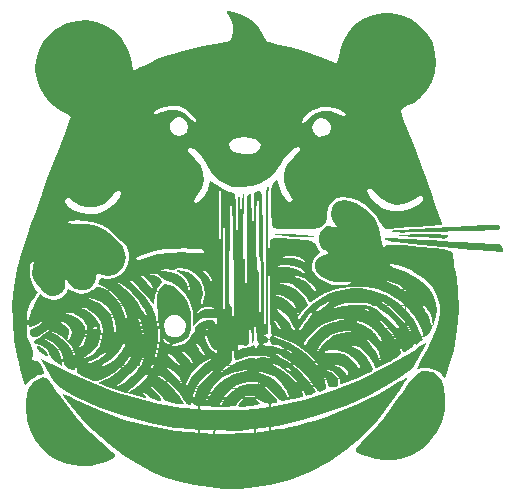
<source format=gbr>
%TF.GenerationSoftware,KiCad,Pcbnew,7.0.10*%
%TF.CreationDate,2024-01-29T00:00:28+02:00*%
%TF.ProjectId,RamenTimer_ki7,52616d65-6e54-4696-9d65-725f6b69372e,rev?*%
%TF.SameCoordinates,Original*%
%TF.FileFunction,Legend,Bot*%
%TF.FilePolarity,Positive*%
%FSLAX46Y46*%
G04 Gerber Fmt 4.6, Leading zero omitted, Abs format (unit mm)*
G04 Created by KiCad (PCBNEW 7.0.10) date 2024-01-29 00:00:28*
%MOMM*%
%LPD*%
G01*
G04 APERTURE LIST*
%ADD10C,0.200000*%
%ADD11C,0.127000*%
%ADD12C,0.120000*%
G04 APERTURE END LIST*
%TO.C,G\u002A\u002A\u002A*%
G36*
X168331763Y-108779997D02*
G01*
X168210580Y-108992883D01*
X168018246Y-109315399D01*
X167777915Y-109708208D01*
X167126631Y-110701901D01*
X165927658Y-112265009D01*
X164627958Y-113648629D01*
X163231629Y-114850101D01*
X161742770Y-115866768D01*
X160165480Y-116695971D01*
X158503856Y-117335052D01*
X156761998Y-117781353D01*
X154944003Y-118032216D01*
X154740037Y-118048860D01*
X154306189Y-118083589D01*
X153960907Y-118110328D01*
X153764938Y-118124332D01*
X153759907Y-118124624D01*
X153409338Y-118122795D01*
X152905542Y-118092348D01*
X152302173Y-118039083D01*
X151652880Y-117968796D01*
X151011318Y-117887287D01*
X150431137Y-117800353D01*
X149965990Y-117713792D01*
X149251170Y-117544247D01*
X147962598Y-117150471D01*
X146746214Y-116648930D01*
X145561011Y-116019134D01*
X144365983Y-115240591D01*
X143120124Y-114292809D01*
X143034970Y-114223389D01*
X142477444Y-113744903D01*
X141904064Y-113216346D01*
X141336575Y-112661402D01*
X140796725Y-112103752D01*
X140306263Y-111567077D01*
X139886935Y-111075060D01*
X139560490Y-110651383D01*
X139348674Y-110319727D01*
X139273236Y-110103775D01*
X139291480Y-110093907D01*
X139447018Y-110137442D01*
X139727108Y-110257177D01*
X140090041Y-110436143D01*
X140142323Y-110463250D01*
X142269532Y-111456374D01*
X144414940Y-112242936D01*
X146591312Y-112827000D01*
X148811411Y-113212627D01*
X148847650Y-113217235D01*
X149871652Y-113323003D01*
X150980113Y-113396386D01*
X152124300Y-113437031D01*
X153255477Y-113444588D01*
X154324910Y-113418702D01*
X155283866Y-113359023D01*
X156083610Y-113265197D01*
X156457701Y-113207482D01*
X156960435Y-113133717D01*
X157384223Y-113075757D01*
X157664523Y-113042687D01*
X157883303Y-113011686D01*
X158362573Y-112912369D01*
X158982436Y-112758898D01*
X159707484Y-112560686D01*
X160502309Y-112327149D01*
X161331503Y-112067700D01*
X161750446Y-111923722D01*
X162509985Y-111633003D01*
X163350452Y-111283454D01*
X164215683Y-110900214D01*
X165049510Y-110508424D01*
X165795769Y-110133224D01*
X166398293Y-109799756D01*
X166398644Y-109799547D01*
X167070261Y-109404127D01*
X167615610Y-109090757D01*
X168021489Y-108866723D01*
X168274697Y-108739312D01*
X168362033Y-108715811D01*
X168331763Y-108779997D01*
G37*
G36*
X137824946Y-108684605D02*
G01*
X137826695Y-108685329D01*
X137942639Y-108795691D01*
X138143930Y-109045878D01*
X138402734Y-109399414D01*
X138691214Y-109819821D01*
X138792671Y-109971310D01*
X139300044Y-110697787D01*
X139811095Y-111369801D01*
X140353312Y-112017512D01*
X140954184Y-112671083D01*
X141641199Y-113360674D01*
X142441845Y-114116447D01*
X143383610Y-114968563D01*
X143539630Y-115110239D01*
X143665588Y-115254387D01*
X143662189Y-115350905D01*
X143548006Y-115454721D01*
X143414100Y-115540369D01*
X143055865Y-115711813D01*
X142602933Y-115886530D01*
X142126385Y-116038181D01*
X141697303Y-116140431D01*
X141535877Y-116164110D01*
X140839870Y-116177001D01*
X140069976Y-116077406D01*
X139299743Y-115878341D01*
X138602725Y-115592821D01*
X138175220Y-115318508D01*
X137685341Y-114903092D01*
X137223252Y-114420843D01*
X136853964Y-113933446D01*
X136435266Y-113141169D01*
X136172733Y-112260675D01*
X136083486Y-111291120D01*
X136094685Y-110770430D01*
X136175167Y-110111878D01*
X136339599Y-109596303D01*
X136596224Y-109189932D01*
X136601611Y-109183597D01*
X136872382Y-108955084D01*
X137217553Y-108774763D01*
X137560587Y-108674111D01*
X137824946Y-108684605D01*
G37*
G36*
X169994664Y-108130910D02*
G01*
X170563442Y-108242163D01*
X171017072Y-108525599D01*
X171342353Y-108969444D01*
X171526082Y-109561925D01*
X171609380Y-110384706D01*
X171556486Y-111437091D01*
X171323336Y-112412301D01*
X170919777Y-113294453D01*
X170355656Y-114067662D01*
X169640821Y-114716044D01*
X168785119Y-115223714D01*
X167798398Y-115574790D01*
X167259975Y-115662556D01*
X166490207Y-115670419D01*
X165692515Y-115569712D01*
X164948152Y-115366378D01*
X164537280Y-115213080D01*
X164224818Y-115070420D01*
X164062787Y-114927430D01*
X164050314Y-114753784D01*
X164186527Y-114519151D01*
X164470552Y-114193203D01*
X164901518Y-113745611D01*
X165292575Y-113339016D01*
X165882233Y-112700328D01*
X166399181Y-112097108D01*
X166887495Y-111474596D01*
X167391255Y-110778032D01*
X167954536Y-109952655D01*
X167998258Y-109887468D01*
X168432228Y-109261691D01*
X168790033Y-108797507D01*
X169094692Y-108473566D01*
X169369223Y-108268516D01*
X169636647Y-108161007D01*
X169919983Y-108129688D01*
X169994664Y-108130910D01*
G37*
G36*
X169946971Y-105816540D02*
G01*
X169868164Y-106024909D01*
X169715636Y-106352547D01*
X169503110Y-106767516D01*
X168919753Y-107865809D01*
X167718694Y-108683522D01*
X166988563Y-109158091D01*
X165260335Y-110130750D01*
X163400710Y-110991315D01*
X161449969Y-111725520D01*
X159448397Y-112319097D01*
X157436278Y-112757780D01*
X155453896Y-113027301D01*
X155434037Y-113029148D01*
X155065702Y-113069680D01*
X154791330Y-113111151D01*
X154669012Y-113144861D01*
X154591132Y-113160716D01*
X154328836Y-113172818D01*
X153916048Y-113176010D01*
X153386788Y-113171238D01*
X152775075Y-113159451D01*
X152114929Y-113141599D01*
X151440370Y-113118629D01*
X150785416Y-113091491D01*
X150184089Y-113061133D01*
X149670406Y-113028503D01*
X149278388Y-112994550D01*
X148701698Y-112925065D01*
X146605084Y-112548193D01*
X144494486Y-111979509D01*
X142401037Y-111228400D01*
X140355871Y-110304253D01*
X140209503Y-110230473D01*
X139579247Y-109894974D01*
X139095487Y-109590496D01*
X138716892Y-109278311D01*
X138402132Y-108919693D01*
X138109874Y-108475913D01*
X137798788Y-107908244D01*
X137368721Y-107081602D01*
X139137784Y-107968958D01*
X139831730Y-108310053D01*
X141751638Y-109173529D01*
X143615143Y-109884173D01*
X145469359Y-110457145D01*
X147361401Y-110907600D01*
X149338382Y-111250697D01*
X149615721Y-111286661D01*
X150448304Y-111360987D01*
X151410694Y-111409512D01*
X152446401Y-111432142D01*
X153498935Y-111428786D01*
X154511805Y-111399352D01*
X155428521Y-111343746D01*
X156192593Y-111261878D01*
X157281002Y-111085685D01*
X159678677Y-110545501D01*
X162056148Y-109801505D01*
X164400850Y-108858493D01*
X166700222Y-107721260D01*
X168941701Y-106394604D01*
X169142540Y-106265629D01*
X169503822Y-106034388D01*
X169784252Y-105855901D01*
X169935661Y-105760877D01*
X169938335Y-105759377D01*
X169946971Y-105816540D01*
G37*
G36*
X155545882Y-110462242D02*
G01*
X155577002Y-110477464D01*
X155777842Y-110628775D01*
X155900503Y-110804095D01*
X155894808Y-110935385D01*
X155831347Y-110957925D01*
X155607976Y-111007755D01*
X155286311Y-111066070D01*
X154990779Y-111111967D01*
X154501762Y-111163396D01*
X154200584Y-111147709D01*
X154077794Y-111060870D01*
X154123936Y-110898841D01*
X154329558Y-110657588D01*
X154650302Y-110427289D01*
X155076185Y-110342007D01*
X155545882Y-110462242D01*
G37*
G36*
X168060421Y-86707031D02*
G01*
X168239011Y-87202703D01*
X168360497Y-87524730D01*
X168460375Y-87789480D01*
X168714093Y-88437980D01*
X168932137Y-88995960D01*
X169030701Y-89248187D01*
X169373664Y-90150568D01*
X169715984Y-91072493D01*
X170031119Y-91942481D01*
X170292527Y-92689045D01*
X170305078Y-92725785D01*
X170529093Y-93374371D01*
X170573928Y-93501632D01*
X170744438Y-93985608D01*
X170936498Y-94518880D01*
X171090653Y-94933573D01*
X171192287Y-95189070D01*
X171252517Y-95337660D01*
X171330015Y-95617400D01*
X171303189Y-95751584D01*
X171211779Y-95771946D01*
X170935848Y-95803730D01*
X170514947Y-95839424D01*
X169985721Y-95875993D01*
X169384813Y-95910405D01*
X168954776Y-95933715D01*
X168334333Y-95970931D01*
X167781194Y-96008175D01*
X167343112Y-96042165D01*
X167067838Y-96069621D01*
X166967248Y-96081623D01*
X166648215Y-96086920D01*
X166421237Y-95997848D01*
X166232404Y-95779549D01*
X166027808Y-95397166D01*
X165736735Y-94920712D01*
X165276336Y-94411634D01*
X164728863Y-93985762D01*
X164132546Y-93663116D01*
X163525615Y-93463714D01*
X162946302Y-93407576D01*
X162432837Y-93514720D01*
X162295833Y-93580365D01*
X161914546Y-93901124D01*
X161692394Y-94356810D01*
X161633205Y-94940599D01*
X161629007Y-95201916D01*
X161536445Y-95548704D01*
X161304869Y-95801901D01*
X160898533Y-96013723D01*
X160801142Y-96039227D01*
X160500608Y-96074849D01*
X160070381Y-96099480D01*
X159552999Y-96113405D01*
X158990998Y-96116904D01*
X158426917Y-96110259D01*
X157903293Y-96093753D01*
X157462664Y-96067666D01*
X157147567Y-96032283D01*
X157000539Y-95987883D01*
X156985852Y-95968001D01*
X156935649Y-95784950D01*
X156900860Y-95429205D01*
X156880621Y-94888199D01*
X156874066Y-94149362D01*
X156874602Y-93691172D01*
X156879397Y-93175462D01*
X156892907Y-92810625D01*
X156919547Y-92561091D01*
X156963733Y-92391291D01*
X157029879Y-92265654D01*
X157122400Y-92148609D01*
X157370733Y-91859905D01*
X157501324Y-92404272D01*
X157593693Y-92700887D01*
X157781707Y-93106717D01*
X158008189Y-93456969D01*
X158240091Y-93702878D01*
X158444364Y-93795684D01*
X158450511Y-93795637D01*
X158649317Y-93717913D01*
X158704462Y-93545086D01*
X158590034Y-93355465D01*
X158486369Y-93242586D01*
X158293661Y-92927941D01*
X158250805Y-92833182D01*
X165024091Y-92833182D01*
X165058359Y-93069060D01*
X165251987Y-93380703D01*
X165613789Y-93787476D01*
X165835080Y-94000101D01*
X166236313Y-94290103D01*
X166679632Y-94472143D01*
X167220553Y-94596204D01*
X167927049Y-94617481D01*
X168596119Y-94449498D01*
X169272143Y-94085638D01*
X169508886Y-93914396D01*
X169730805Y-93686252D01*
X169765096Y-93501632D01*
X169618972Y-93345142D01*
X169511552Y-93311548D01*
X169311599Y-93368521D01*
X169011009Y-93560747D01*
X168750497Y-93729233D01*
X168107443Y-93990154D01*
X167459808Y-94053026D01*
X166835285Y-93921839D01*
X166261563Y-93600583D01*
X165766334Y-93093247D01*
X165525583Y-92786372D01*
X165357070Y-92626446D01*
X165230717Y-92598937D01*
X165110329Y-92681105D01*
X165024091Y-92833182D01*
X158250805Y-92833182D01*
X158114066Y-92530837D01*
X157981289Y-92130316D01*
X157929038Y-91805422D01*
X157936217Y-91592173D01*
X158050567Y-91034609D01*
X158321974Y-90519173D01*
X158773451Y-89996567D01*
X158844143Y-89925503D01*
X159101807Y-89642132D01*
X159272690Y-89414028D01*
X159322839Y-89285156D01*
X159288827Y-89219837D01*
X159127759Y-89157173D01*
X158886249Y-89238222D01*
X158592468Y-89441102D01*
X158274587Y-89743929D01*
X157960777Y-90124822D01*
X157679209Y-90561897D01*
X157276514Y-91182340D01*
X156695835Y-91797665D01*
X156023584Y-92228537D01*
X155244821Y-92483966D01*
X154344606Y-92572964D01*
X154059200Y-92571387D01*
X153672299Y-92539446D01*
X153354351Y-92454461D01*
X153015854Y-92297906D01*
X152514689Y-92006312D01*
X152090225Y-91663749D01*
X151756328Y-91246240D01*
X151451706Y-90690813D01*
X151349357Y-90492878D01*
X151030370Y-90006323D01*
X150676491Y-89616527D01*
X150322377Y-89357621D01*
X150002681Y-89263734D01*
X149942653Y-89266940D01*
X149832092Y-89328031D01*
X149864011Y-89478151D01*
X150045165Y-89732277D01*
X150382311Y-90105386D01*
X150455007Y-90183343D01*
X150901093Y-90784812D01*
X151137204Y-91384055D01*
X151163826Y-91988415D01*
X150981447Y-92605233D01*
X150669684Y-93112977D01*
X150590554Y-93241849D01*
X150408522Y-93552464D01*
X150375292Y-93776759D01*
X150469815Y-93879972D01*
X150665843Y-93834126D01*
X150937128Y-93611244D01*
X150937711Y-93610621D01*
X151288546Y-93190154D01*
X151496690Y-92812858D01*
X151599088Y-92411790D01*
X151657054Y-92003787D01*
X152242378Y-92401763D01*
X152541569Y-92588404D01*
X152951485Y-92805417D01*
X153296320Y-92948411D01*
X153440541Y-92995346D01*
X153693731Y-93084653D01*
X153817635Y-93138883D01*
X153822520Y-93159390D01*
X153835942Y-93348720D01*
X153850718Y-93717411D01*
X153866288Y-94243050D01*
X153882096Y-94903223D01*
X153897583Y-95675517D01*
X153912192Y-96537519D01*
X153925364Y-97466815D01*
X153980396Y-101752946D01*
X154004410Y-97458132D01*
X154009158Y-96760280D01*
X154020645Y-95683988D01*
X154036067Y-94791126D01*
X154055261Y-94087161D01*
X154078060Y-93577560D01*
X154104300Y-93267791D01*
X154133817Y-93163319D01*
X154134530Y-93163342D01*
X154179188Y-93267805D01*
X154216032Y-93559543D01*
X154243077Y-94015468D01*
X154258339Y-94612489D01*
X154277466Y-96061659D01*
X154337384Y-94673696D01*
X154363777Y-94157936D01*
X154405622Y-93637596D01*
X154456473Y-93307630D01*
X154518319Y-93156359D01*
X154593151Y-93172102D01*
X154601000Y-93258294D01*
X154596182Y-93517411D01*
X154577654Y-93904598D01*
X154547120Y-94375352D01*
X154534792Y-94603762D01*
X154519107Y-95085756D01*
X154505593Y-95731030D01*
X154494554Y-96511838D01*
X154486290Y-97400435D01*
X154481105Y-98369078D01*
X154479299Y-99390021D01*
X154481175Y-100435518D01*
X154499017Y-105336348D01*
X154555394Y-101173278D01*
X154563649Y-100599928D01*
X154576228Y-99855342D01*
X154588654Y-99263479D01*
X154600579Y-98834014D01*
X154611654Y-98576623D01*
X154621529Y-98500982D01*
X154629854Y-98616766D01*
X154636280Y-98933651D01*
X154644754Y-99439169D01*
X154664674Y-100074712D01*
X154693216Y-100516125D01*
X154731132Y-100773542D01*
X154779175Y-100857095D01*
X154781173Y-100856916D01*
X154813040Y-100787722D01*
X154835884Y-100584744D01*
X154849843Y-100235175D01*
X154855056Y-99726208D01*
X154851661Y-99045034D01*
X154839796Y-98178847D01*
X154839635Y-98170374D01*
X155306721Y-98170374D01*
X155320207Y-98722863D01*
X155329934Y-98882802D01*
X155340384Y-98897684D01*
X155348682Y-98729653D01*
X155354154Y-98394011D01*
X155356128Y-97906058D01*
X155354781Y-97494324D01*
X155349883Y-97130427D01*
X155342040Y-96931416D01*
X155331923Y-96912591D01*
X155320207Y-97089253D01*
X155307767Y-97554856D01*
X155306721Y-98170374D01*
X154839635Y-98170374D01*
X154819601Y-97114838D01*
X154805756Y-96418486D01*
X154804210Y-96325145D01*
X155609336Y-96325145D01*
X155609410Y-96540714D01*
X155611998Y-97456448D01*
X155616217Y-97906058D01*
X155618813Y-98182778D01*
X155630568Y-98737390D01*
X155647977Y-99137969D01*
X155671754Y-99402201D01*
X155702614Y-99547772D01*
X155741270Y-99592365D01*
X155746603Y-99592847D01*
X155789304Y-99648133D01*
X155819783Y-99809807D01*
X155838884Y-100098720D01*
X155847454Y-100535721D01*
X155846339Y-101141660D01*
X155836383Y-101937386D01*
X155829023Y-102458227D01*
X155821906Y-103246970D01*
X155822013Y-103861957D01*
X155828971Y-104297905D01*
X155842411Y-104549530D01*
X155861961Y-104611550D01*
X155887251Y-104478681D01*
X155917910Y-104145640D01*
X155953567Y-103607146D01*
X155965965Y-103368505D01*
X155984102Y-102882795D01*
X155997846Y-102331733D01*
X156007341Y-101740422D01*
X156012733Y-101133963D01*
X156014165Y-100537458D01*
X156011784Y-99976010D01*
X156005733Y-99474720D01*
X155996159Y-99058690D01*
X155983205Y-98753023D01*
X155967017Y-98582819D01*
X155947740Y-98573181D01*
X155925519Y-98749211D01*
X155915983Y-98830757D01*
X155898866Y-98826276D01*
X155882755Y-98634498D01*
X155868188Y-98270641D01*
X155855700Y-97749926D01*
X155845829Y-97087572D01*
X155839112Y-96298796D01*
X155832669Y-95529104D01*
X155819191Y-94660364D01*
X155800357Y-93971045D01*
X155776469Y-93468977D01*
X155747827Y-93161993D01*
X155714730Y-93057925D01*
X155689820Y-93116029D01*
X155661420Y-93373037D01*
X155638956Y-93829121D01*
X155622644Y-94477612D01*
X155612699Y-95311843D01*
X155609336Y-96325145D01*
X154804210Y-96325145D01*
X154790612Y-95504107D01*
X154783284Y-94771362D01*
X154784010Y-94202625D01*
X154793028Y-93780271D01*
X154810576Y-93486674D01*
X154836890Y-93304210D01*
X154872210Y-93215253D01*
X154964299Y-93118384D01*
X155092885Y-93074571D01*
X155165151Y-93222190D01*
X155187759Y-93568705D01*
X155188843Y-93671516D01*
X155202093Y-94068652D01*
X155227237Y-94562757D01*
X155260257Y-95070572D01*
X155265282Y-95138340D01*
X155301688Y-95557481D01*
X155334872Y-95783361D01*
X155368302Y-95831428D01*
X155405447Y-95717126D01*
X155424882Y-95549299D01*
X155436754Y-95184973D01*
X155432236Y-94716053D01*
X155411101Y-94202973D01*
X155390134Y-93826928D01*
X155374672Y-93441413D01*
X155381276Y-93199371D01*
X155415493Y-93061419D01*
X155482870Y-92988171D01*
X155588955Y-92940244D01*
X155633067Y-92923280D01*
X155763530Y-92876112D01*
X155867589Y-92860045D01*
X155948765Y-92895037D01*
X156010574Y-93001046D01*
X156056536Y-93198030D01*
X156090170Y-93505946D01*
X156114994Y-93944754D01*
X156134527Y-94534409D01*
X156152288Y-95294872D01*
X156171794Y-96246099D01*
X156173159Y-96313208D01*
X156191283Y-97292341D01*
X156207588Y-98330110D01*
X156221418Y-99372641D01*
X156232120Y-100366061D01*
X156233452Y-100537458D01*
X156239040Y-101256499D01*
X156241524Y-101990083D01*
X156241538Y-102036270D01*
X156246254Y-102884919D01*
X156259712Y-103531226D01*
X156282298Y-103983092D01*
X156314398Y-104248417D01*
X156356401Y-104335103D01*
X156368463Y-104321781D01*
X156392962Y-104185284D01*
X156412635Y-103894663D01*
X156427592Y-103441830D01*
X156437942Y-102818693D01*
X156443794Y-102017165D01*
X156445256Y-101029156D01*
X156442437Y-99846576D01*
X156435447Y-98461336D01*
X156434228Y-98259719D01*
X156427159Y-97026802D01*
X156422281Y-95985923D01*
X156420006Y-95120773D01*
X156420746Y-94415046D01*
X156424913Y-93852432D01*
X156432917Y-93416625D01*
X156445171Y-93091316D01*
X156462086Y-92860197D01*
X156484074Y-92706960D01*
X156511546Y-92615298D01*
X156544913Y-92568902D01*
X156584588Y-92551465D01*
X156680057Y-92542464D01*
X156718586Y-92608341D01*
X156652007Y-92812992D01*
X156641676Y-92848309D01*
X156616607Y-93039262D01*
X156597590Y-93372497D01*
X156584554Y-93857791D01*
X156577424Y-94504920D01*
X156576129Y-95323659D01*
X156580595Y-96323785D01*
X156590748Y-97515074D01*
X156606517Y-98907303D01*
X156614071Y-99553317D01*
X156624401Y-100610709D01*
X156631525Y-101596205D01*
X156635441Y-102489967D01*
X156636148Y-103272156D01*
X156633646Y-103922935D01*
X156627932Y-104422464D01*
X156619007Y-104750906D01*
X156606868Y-104888423D01*
X156522903Y-104997621D01*
X156309471Y-105083368D01*
X156203313Y-105090487D01*
X156177097Y-105113401D01*
X156347095Y-105166735D01*
X156541198Y-105267218D01*
X156650499Y-105452318D01*
X156606066Y-105641147D01*
X156401805Y-105766837D01*
X156126648Y-105835897D01*
X156390328Y-105972696D01*
X156615444Y-106048779D01*
X156865471Y-106054196D01*
X156955864Y-106045417D01*
X157238398Y-106078741D01*
X157573041Y-106167938D01*
X157749609Y-106224793D01*
X157994936Y-106289673D01*
X158107741Y-106298386D01*
X158075024Y-106247810D01*
X157909770Y-106149840D01*
X157672790Y-106040911D01*
X157433667Y-105952483D01*
X157261986Y-105916016D01*
X157064001Y-105896246D01*
X156840384Y-105759498D01*
X156768672Y-105483163D01*
X156804606Y-105270056D01*
X156900415Y-105176643D01*
X156967553Y-105165110D01*
X156915114Y-105097597D01*
X156898619Y-105068890D01*
X156864707Y-104877589D01*
X156834337Y-104505499D01*
X156807252Y-103946623D01*
X156801860Y-103778163D01*
X157088615Y-103778163D01*
X157134406Y-103916558D01*
X157296919Y-104178867D01*
X157385360Y-104305653D01*
X157578733Y-104559371D01*
X157684850Y-104648032D01*
X157717220Y-104584680D01*
X157712835Y-104553654D01*
X157622249Y-104358725D01*
X157457352Y-104109983D01*
X157274896Y-103886600D01*
X157131632Y-103767747D01*
X157088615Y-103778163D01*
X156801860Y-103778163D01*
X156783194Y-103194963D01*
X156776770Y-102908142D01*
X157353349Y-102908142D01*
X157454539Y-103039143D01*
X157720741Y-103271318D01*
X157906202Y-103443843D01*
X158213105Y-103803851D01*
X158468520Y-104184775D01*
X158675176Y-104533160D01*
X158711825Y-104584680D01*
X158820557Y-104737530D01*
X158881209Y-104764810D01*
X158860770Y-104661869D01*
X159192738Y-104661869D01*
X159192976Y-104684324D01*
X159204334Y-104732043D01*
X159250846Y-104713574D01*
X159357163Y-104604736D01*
X159547933Y-104381346D01*
X159847807Y-104019221D01*
X159875942Y-103984988D01*
X160178066Y-103591371D01*
X160329701Y-103333107D01*
X160329316Y-103291425D01*
X165260207Y-103291425D01*
X165275973Y-103333107D01*
X165286666Y-103361376D01*
X165442137Y-103481369D01*
X165572242Y-103557499D01*
X165610844Y-103560815D01*
X165492551Y-103430956D01*
X165360567Y-103318668D01*
X165260207Y-103291425D01*
X160329316Y-103291425D01*
X160328601Y-103213957D01*
X160235223Y-103205048D01*
X160095109Y-103322220D01*
X160005147Y-103457613D01*
X159816556Y-103724229D01*
X159587967Y-104036340D01*
X159404480Y-104293635D01*
X159251500Y-104533375D01*
X159192738Y-104661869D01*
X158860770Y-104661869D01*
X158851015Y-104612740D01*
X158723860Y-104279063D01*
X158649166Y-104116510D01*
X158365843Y-103653145D01*
X158028130Y-103259936D01*
X157986623Y-103228464D01*
X159087344Y-103228464D01*
X159140041Y-103281161D01*
X159192738Y-103228464D01*
X159140041Y-103175767D01*
X159087344Y-103228464D01*
X157986623Y-103228464D01*
X157690178Y-103003692D01*
X157649828Y-102983134D01*
X157418127Y-102886683D01*
X157353349Y-102908142D01*
X156776770Y-102908142D01*
X156761907Y-102244522D01*
X156743132Y-101089302D01*
X156738934Y-100785084D01*
X156733261Y-100335464D01*
X156887204Y-100335464D01*
X156890157Y-101111868D01*
X156900755Y-101785515D01*
X156902808Y-101863654D01*
X156911040Y-102065806D01*
X156918407Y-102072191D01*
X156924624Y-101894948D01*
X156926998Y-101721825D01*
X157137552Y-101721825D01*
X157453734Y-101798799D01*
X157730548Y-101882092D01*
X158305096Y-102192560D01*
X158732920Y-102651735D01*
X158847488Y-102818983D01*
X159018169Y-103033428D01*
X159094327Y-103074993D01*
X159066561Y-102944179D01*
X158925472Y-102641485D01*
X158681793Y-102310481D01*
X158312746Y-102001972D01*
X157900943Y-101786615D01*
X157516967Y-101711037D01*
X157137552Y-101721825D01*
X156926998Y-101721825D01*
X156929407Y-101546213D01*
X156932474Y-101038125D01*
X156933540Y-100382821D01*
X156933461Y-100204739D01*
X156933298Y-100143403D01*
X158834608Y-100143403D01*
X158893229Y-100183778D01*
X159140041Y-100266077D01*
X159208035Y-100288122D01*
X159464632Y-100382821D01*
X159543688Y-100411997D01*
X159805829Y-100530006D01*
X159913431Y-100609113D01*
X160138191Y-100846205D01*
X160359148Y-101148709D01*
X160395719Y-101205907D01*
X160558665Y-101438118D01*
X160643743Y-101500760D01*
X160668257Y-101408367D01*
X160648580Y-101276675D01*
X160480518Y-100961501D01*
X160182561Y-100649296D01*
X159805649Y-100379649D01*
X159400721Y-100192149D01*
X159018719Y-100126386D01*
X158949842Y-100128445D01*
X158834608Y-100143403D01*
X156933298Y-100143403D01*
X156931822Y-99589865D01*
X156929487Y-99286231D01*
X157462247Y-99286231D01*
X157640515Y-99318356D01*
X158023846Y-99328879D01*
X158315622Y-99334174D01*
X158657850Y-99375537D01*
X158952441Y-99481013D01*
X159298058Y-99677605D01*
X159582278Y-99850296D01*
X159737036Y-99927592D01*
X159766871Y-99902840D01*
X159698209Y-99782999D01*
X159341021Y-99425006D01*
X158842930Y-99200932D01*
X158239103Y-99128795D01*
X158003500Y-99139084D01*
X157680354Y-99177481D01*
X157482278Y-99232812D01*
X157462247Y-99286231D01*
X156929487Y-99286231D01*
X156928273Y-99128320D01*
X156923099Y-98831596D01*
X156916581Y-98711184D01*
X156909003Y-98778577D01*
X156900646Y-99045266D01*
X156891899Y-99564195D01*
X156887204Y-100335464D01*
X156733261Y-100335464D01*
X156726688Y-99814442D01*
X156719422Y-99028569D01*
X156718006Y-98521573D01*
X157830267Y-98521573D01*
X157982549Y-98558607D01*
X158328096Y-98557778D01*
X158710344Y-98556293D01*
X159066666Y-98628079D01*
X159456224Y-98805001D01*
X159983195Y-99085565D01*
X159726574Y-98810810D01*
X159643164Y-98731831D01*
X159239636Y-98496295D01*
X158748593Y-98365699D01*
X158257094Y-98366373D01*
X158126285Y-98389944D01*
X157876448Y-98460684D01*
X157830267Y-98521573D01*
X156718006Y-98521573D01*
X156717686Y-98407124D01*
X156722035Y-97929764D01*
X156733019Y-97576147D01*
X156751192Y-97325931D01*
X156777106Y-97158774D01*
X156811312Y-97054334D01*
X156854363Y-96992269D01*
X156911542Y-96945273D01*
X157048758Y-96890026D01*
X157270174Y-96865369D01*
X157617634Y-96868124D01*
X158132984Y-96895109D01*
X158402567Y-96911804D01*
X159091661Y-96955887D01*
X159608872Y-96996083D01*
X159983107Y-97040158D01*
X160243269Y-97095878D01*
X160418264Y-97171009D01*
X160536995Y-97273316D01*
X160628367Y-97410567D01*
X160721285Y-97590527D01*
X160974231Y-98089693D01*
X160724324Y-98324469D01*
X160455412Y-98661134D01*
X160293646Y-99060260D01*
X160293326Y-99085565D01*
X160288961Y-99430295D01*
X160321935Y-99535938D01*
X160544553Y-99902840D01*
X160571750Y-99947664D01*
X160974495Y-100316403D01*
X161483931Y-100613629D01*
X162053817Y-100810815D01*
X162637913Y-100879433D01*
X162738074Y-100877786D01*
X163220328Y-100839743D01*
X163517725Y-100755228D01*
X163619294Y-100627061D01*
X163599630Y-100593547D01*
X163412798Y-100561274D01*
X163034563Y-100589682D01*
X162992491Y-100594576D01*
X162407070Y-100592695D01*
X161843614Y-100474843D01*
X161642037Y-100389451D01*
X166329904Y-100389451D01*
X166457837Y-100464617D01*
X166781120Y-100606104D01*
X167139900Y-100764516D01*
X167561946Y-100970328D01*
X167887759Y-101149946D01*
X167962166Y-101197072D01*
X168337482Y-101462444D01*
X168678216Y-101738587D01*
X168757465Y-101808221D01*
X168843911Y-101872840D01*
X168782615Y-101791138D01*
X168572821Y-101561851D01*
X168237883Y-101257441D01*
X167669405Y-100873088D01*
X167050077Y-100567965D01*
X166464938Y-100389371D01*
X166393477Y-100377972D01*
X166329904Y-100389451D01*
X161642037Y-100389451D01*
X161339793Y-100261414D01*
X160933280Y-99972802D01*
X160661746Y-99629400D01*
X160562863Y-99251602D01*
X160565336Y-99179391D01*
X160687284Y-98759516D01*
X160964825Y-98439315D01*
X161359050Y-98266909D01*
X161572477Y-98218349D01*
X161745568Y-98134275D01*
X161710710Y-98038067D01*
X161469635Y-97924358D01*
X161326394Y-97857470D01*
X161049158Y-97593652D01*
X160905288Y-97238522D01*
X160891625Y-96841328D01*
X161005006Y-96451316D01*
X161242270Y-96117733D01*
X161600254Y-95889825D01*
X161800275Y-95842216D01*
X162113225Y-95915421D01*
X162234497Y-95970733D01*
X162399891Y-95983351D01*
X162414080Y-95868564D01*
X162261720Y-95653442D01*
X162021808Y-95299010D01*
X161912327Y-94833574D01*
X161993429Y-94364042D01*
X162265025Y-93936899D01*
X162577213Y-93747177D01*
X163006459Y-93689711D01*
X163510935Y-93757551D01*
X164051221Y-93941169D01*
X164587897Y-94231037D01*
X165081541Y-94617627D01*
X165087648Y-94623385D01*
X165638364Y-95285652D01*
X166015060Y-96059425D01*
X166207332Y-96923399D01*
X166257967Y-97292286D01*
X166335677Y-97576980D01*
X166429975Y-97657544D01*
X166542771Y-97537474D01*
X166555386Y-97516250D01*
X166592114Y-97476090D01*
X166656936Y-97447077D01*
X166770048Y-97430178D01*
X166951644Y-97426363D01*
X167221921Y-97436597D01*
X167601073Y-97461850D01*
X168109295Y-97503088D01*
X168766782Y-97561281D01*
X169593731Y-97637394D01*
X170610335Y-97732397D01*
X170811284Y-97751518D01*
X171379267Y-97812832D01*
X171776109Y-97876244D01*
X172032208Y-97953964D01*
X172177960Y-98058203D01*
X172243760Y-98201171D01*
X172260004Y-98395078D01*
X172266463Y-98478837D01*
X172307506Y-98763239D01*
X172377922Y-99164033D01*
X172467809Y-99622715D01*
X172483168Y-99698558D01*
X172700965Y-101279011D01*
X172746632Y-102935039D01*
X172622982Y-104626816D01*
X172332830Y-106314517D01*
X171878988Y-107958317D01*
X171602976Y-108788584D01*
X171351464Y-108467211D01*
X171215624Y-108319561D01*
X170771952Y-108026444D01*
X170237027Y-107865050D01*
X169679493Y-107860295D01*
X169196409Y-107932738D01*
X169667876Y-107056120D01*
X170027843Y-106358885D01*
X170403074Y-105565058D01*
X170718867Y-104822018D01*
X170957355Y-104172141D01*
X171100671Y-103657803D01*
X171144610Y-103392847D01*
X171144319Y-102582059D01*
X170946945Y-101803624D01*
X170562747Y-101087367D01*
X170001982Y-100463117D01*
X169862547Y-100345877D01*
X169325239Y-99964690D01*
X168720873Y-99620131D01*
X168105124Y-99338582D01*
X167533665Y-99146426D01*
X167062171Y-99070045D01*
X166929473Y-99081878D01*
X166886030Y-99146763D01*
X166996742Y-99249497D01*
X167235774Y-99369258D01*
X167577291Y-99485225D01*
X168121307Y-99664189D01*
X169078948Y-100138061D01*
X169908572Y-100778352D01*
X170031661Y-100897327D01*
X170327529Y-101229553D01*
X170524783Y-101563721D01*
X170638144Y-101872840D01*
X170681394Y-101990775D01*
X170789378Y-102381935D01*
X170877378Y-102966964D01*
X170841539Y-103510342D01*
X170681879Y-104093607D01*
X170661885Y-104143758D01*
X170608912Y-104276630D01*
X170420279Y-104640224D01*
X170203289Y-104963471D01*
X169994634Y-105195053D01*
X169831008Y-105283651D01*
X169826279Y-105282983D01*
X169757246Y-105178378D01*
X169691686Y-104949553D01*
X169599324Y-104646862D01*
X169359972Y-104143309D01*
X169023362Y-103594443D01*
X168624408Y-103055604D01*
X168198024Y-102582128D01*
X168184938Y-102570429D01*
X169684990Y-102570429D01*
X169730453Y-102715426D01*
X169896282Y-102972526D01*
X169933373Y-103025411D01*
X170135081Y-103396015D01*
X170276438Y-103781784D01*
X170318640Y-103926801D01*
X170419173Y-104151087D01*
X170505014Y-104227567D01*
X170547540Y-104143758D01*
X170518126Y-103887178D01*
X170458211Y-103668394D01*
X170294852Y-103259857D01*
X170093528Y-102894224D01*
X169895405Y-102653075D01*
X169759952Y-102559645D01*
X169684990Y-102570429D01*
X168184938Y-102570429D01*
X167747244Y-102179138D01*
X166886374Y-101610404D01*
X165937054Y-101224905D01*
X164887520Y-101018444D01*
X163726006Y-100986822D01*
X163558430Y-100995515D01*
X162785235Y-101080526D01*
X162109086Y-101251099D01*
X161741672Y-101408367D01*
X161452168Y-101532286D01*
X160736670Y-101949133D01*
X160480501Y-102111905D01*
X160231859Y-102260350D01*
X160098932Y-102314495D01*
X160045638Y-102286709D01*
X160035892Y-102189361D01*
X160023507Y-102133941D01*
X159898128Y-101920302D01*
X159672842Y-101638224D01*
X159391366Y-101335953D01*
X159097419Y-101061732D01*
X158834717Y-100863806D01*
X158597179Y-100746392D01*
X158266392Y-100674119D01*
X157810174Y-100662098D01*
X157780137Y-100662850D01*
X157503055Y-100676343D01*
X157385755Y-100695641D01*
X157453734Y-100716829D01*
X157744169Y-100758037D01*
X158404612Y-100914450D01*
X158921327Y-101156992D01*
X159338582Y-101510979D01*
X159700647Y-102001727D01*
X160019400Y-102519766D01*
X159702054Y-102821418D01*
X159649109Y-102873675D01*
X159476817Y-103074993D01*
X159423422Y-103137384D01*
X159361833Y-103228464D01*
X159237628Y-103412143D01*
X159125707Y-103642289D01*
X159121638Y-103772163D01*
X159211391Y-103757110D01*
X159382513Y-103567114D01*
X159618000Y-103203786D01*
X159638021Y-103171898D01*
X159783743Y-103002961D01*
X160705221Y-103002961D01*
X160741083Y-103066973D01*
X160792720Y-103049654D01*
X160969986Y-102947056D01*
X161064546Y-102883128D01*
X164785259Y-102883128D01*
X164884025Y-102964979D01*
X165030341Y-103042607D01*
X165156015Y-103058081D01*
X165147510Y-102964979D01*
X165094718Y-102914904D01*
X164904153Y-102861199D01*
X164880186Y-102861556D01*
X164785259Y-102883128D01*
X161064546Y-102883128D01*
X161157496Y-102820289D01*
X162137404Y-102820289D01*
X162249170Y-102811591D01*
X162985285Y-102658123D01*
X163708230Y-102545205D01*
X164304328Y-102507717D01*
X164811717Y-102546108D01*
X165268541Y-102660826D01*
X165712938Y-102852320D01*
X165873305Y-102955612D01*
X166000776Y-103058081D01*
X166180201Y-103202313D01*
X166543953Y-103532141D01*
X166572741Y-103560815D01*
X166915923Y-103902633D01*
X167212416Y-104205403D01*
X167480771Y-104462999D01*
X167662692Y-104618166D01*
X167729668Y-104644897D01*
X167650375Y-104373914D01*
X167422490Y-104024875D01*
X167082196Y-103643456D01*
X166665824Y-103265942D01*
X166209702Y-102928619D01*
X165750161Y-102667773D01*
X165475785Y-102547693D01*
X165208011Y-102462095D01*
X164911172Y-102412968D01*
X164524737Y-102390608D01*
X163988174Y-102385311D01*
X163524740Y-102388847D01*
X163128460Y-102406730D01*
X162845316Y-102447148D01*
X162622514Y-102518207D01*
X162407261Y-102628010D01*
X162204366Y-102752185D01*
X162137404Y-102820289D01*
X161157496Y-102820289D01*
X161212529Y-102783084D01*
X161472238Y-102593426D01*
X161700996Y-102413770D01*
X161850692Y-102279805D01*
X161859227Y-102259874D01*
X166184505Y-102259874D01*
X166197280Y-102301928D01*
X166380813Y-102449792D01*
X166733078Y-102700016D01*
X166999706Y-102899656D01*
X167426446Y-103265903D01*
X167787879Y-103625739D01*
X168024294Y-103910344D01*
X168356306Y-104361786D01*
X168538966Y-104644897D01*
X168636057Y-104795382D01*
X168673225Y-104858519D01*
X168834832Y-105119305D01*
X168932506Y-105252802D01*
X168946265Y-105230954D01*
X168823464Y-104929447D01*
X168504884Y-104381381D01*
X168077944Y-103807926D01*
X167587013Y-103261321D01*
X167076462Y-102793804D01*
X166590659Y-102457613D01*
X166344515Y-102327079D01*
X166184505Y-102259874D01*
X161859227Y-102259874D01*
X161873210Y-102227220D01*
X161850233Y-102230431D01*
X161665880Y-102309811D01*
X161394876Y-102464165D01*
X161103757Y-102651254D01*
X160859061Y-102828837D01*
X160727323Y-102954674D01*
X160705221Y-103002961D01*
X159783743Y-103002961D01*
X159886738Y-102883557D01*
X160267061Y-102546261D01*
X160727985Y-102198824D01*
X161218501Y-101880064D01*
X161687604Y-101628799D01*
X162094650Y-101463055D01*
X162896578Y-101237545D01*
X163715120Y-101118247D01*
X164462448Y-101121225D01*
X165576646Y-101333539D01*
X166614396Y-101731356D01*
X167425649Y-102227220D01*
X167550722Y-102303669D01*
X168363918Y-103039804D01*
X168658823Y-103380394D01*
X168978763Y-103826879D01*
X169244381Y-104321921D01*
X169503017Y-104944686D01*
X169611790Y-105230954D01*
X169704589Y-105475181D01*
X169409250Y-105693535D01*
X169113912Y-105911888D01*
X169068508Y-105676815D01*
X169046119Y-105572011D01*
X169023261Y-105550782D01*
X169008751Y-105730254D01*
X168993434Y-105836282D01*
X168865356Y-106058878D01*
X168574916Y-106283574D01*
X168442212Y-106364724D01*
X168204682Y-106495282D01*
X168074293Y-106545520D01*
X168047299Y-106524803D01*
X167937176Y-106360002D01*
X167776048Y-106066593D01*
X167588427Y-105687850D01*
X167547610Y-105603794D01*
X167200627Y-105005560D01*
X166790740Y-104456621D01*
X166359877Y-104007610D01*
X165949964Y-103709159D01*
X165912637Y-103704959D01*
X165933701Y-103738344D01*
X165977358Y-103807537D01*
X166159827Y-104014424D01*
X166440018Y-104301419D01*
X166525284Y-104387862D01*
X166921990Y-104843390D01*
X167279376Y-105334694D01*
X167569387Y-105816202D01*
X167584786Y-105849926D01*
X167763967Y-106242341D01*
X167835062Y-106567536D01*
X167821342Y-106620710D01*
X167680022Y-106795595D01*
X167418852Y-107011085D01*
X167137195Y-107203710D01*
X167079125Y-107243424D01*
X166702133Y-107468850D01*
X166329171Y-107663607D01*
X166001532Y-107803933D01*
X165760509Y-107866071D01*
X165647395Y-107826261D01*
X165533558Y-107550753D01*
X165258077Y-107051676D01*
X164936347Y-106618719D01*
X164615969Y-106321334D01*
X164318219Y-106137261D01*
X164014754Y-105993112D01*
X163803773Y-105943626D01*
X163724689Y-106002883D01*
X163777252Y-106079580D01*
X163961826Y-106164510D01*
X164280765Y-106311743D01*
X164661306Y-106619753D01*
X165009422Y-107025702D01*
X165271289Y-107475695D01*
X165272454Y-107478328D01*
X165408753Y-107799364D01*
X165461306Y-107987014D01*
X165460859Y-107988932D01*
X165435287Y-108098622D01*
X165335868Y-108191530D01*
X165313424Y-108206944D01*
X165158644Y-108287386D01*
X165094175Y-108320892D01*
X164736511Y-108481194D01*
X164707872Y-108494030D01*
X164180101Y-108715562D01*
X163536445Y-108974692D01*
X162802490Y-109260622D01*
X162707548Y-109228338D01*
X162668403Y-109010072D01*
X162587094Y-108675709D01*
X162351133Y-108346112D01*
X162019069Y-108112364D01*
X161650082Y-108031345D01*
X161610572Y-108046416D01*
X161680094Y-108120427D01*
X161898847Y-108234502D01*
X162250895Y-108438416D01*
X162490637Y-108733215D01*
X162565353Y-109117390D01*
X162564828Y-109166502D01*
X162529480Y-109361805D01*
X162397650Y-109461310D01*
X162112209Y-109515167D01*
X161951924Y-109519920D01*
X161828181Y-109455453D01*
X161714203Y-109277515D01*
X161569637Y-108943595D01*
X161213307Y-108191323D01*
X160833967Y-107626582D01*
X162305360Y-107626582D01*
X162363928Y-107677087D01*
X162604118Y-107782070D01*
X162670965Y-107811394D01*
X162986241Y-108031458D01*
X163207820Y-108382656D01*
X163403877Y-108814356D01*
X163406191Y-108481194D01*
X163360856Y-108287386D01*
X164462448Y-108287386D01*
X164515145Y-108340083D01*
X164567842Y-108287386D01*
X164515145Y-108234688D01*
X164462448Y-108287386D01*
X163360856Y-108287386D01*
X163344218Y-108216258D01*
X163128820Y-107913509D01*
X162819108Y-107690865D01*
X162478221Y-107607754D01*
X162413232Y-107609534D01*
X162305360Y-107626582D01*
X160833967Y-107626582D01*
X160610249Y-107293522D01*
X160044405Y-106718922D01*
X160686312Y-106718922D01*
X160697656Y-106754500D01*
X160759979Y-106733380D01*
X160846745Y-106541170D01*
X161313370Y-106541170D01*
X161498752Y-106573597D01*
X161881648Y-106567360D01*
X161884276Y-106567194D01*
X162519675Y-106579052D01*
X163040160Y-106716491D01*
X163511476Y-106996837D01*
X163635272Y-107107234D01*
X163883213Y-107375710D01*
X164132028Y-107689008D01*
X164293268Y-107898174D01*
X164406478Y-108016951D01*
X164424286Y-107988932D01*
X164389010Y-107873194D01*
X164357054Y-107699401D01*
X164356022Y-107684165D01*
X164257146Y-107491892D01*
X164030972Y-107239082D01*
X163725806Y-106968949D01*
X163389953Y-106724706D01*
X163071718Y-106549566D01*
X162897660Y-106479534D01*
X162445549Y-106364522D01*
X161962251Y-106361505D01*
X161880856Y-106368851D01*
X161510567Y-106423102D01*
X161319357Y-106485774D01*
X161313370Y-106541170D01*
X160846745Y-106541170D01*
X160856246Y-106520123D01*
X160867737Y-106489833D01*
X161093065Y-106099057D01*
X161438550Y-105693038D01*
X161693432Y-105467735D01*
X164991908Y-105467735D01*
X165059806Y-105592437D01*
X165267581Y-105845140D01*
X165437214Y-106058569D01*
X165714085Y-106484187D01*
X165916217Y-106888807D01*
X166023366Y-107139389D01*
X166109667Y-107272442D01*
X166141920Y-107203710D01*
X166117770Y-106981586D01*
X165965414Y-106556855D01*
X165709973Y-106118952D01*
X165394073Y-105735967D01*
X165060339Y-105475989D01*
X164991908Y-105467735D01*
X161693432Y-105467735D01*
X161838638Y-105339380D01*
X162227776Y-105105688D01*
X162462086Y-105028356D01*
X162868702Y-104933647D01*
X162987186Y-104914771D01*
X164040871Y-104914771D01*
X164093568Y-104967469D01*
X164146265Y-104914771D01*
X164093568Y-104862074D01*
X164040871Y-104914771D01*
X162987186Y-104914771D01*
X163299484Y-104865018D01*
X163988174Y-104784383D01*
X163326075Y-104770532D01*
X162644958Y-104828785D01*
X161960789Y-105068424D01*
X161383553Y-105486016D01*
X160925799Y-106074742D01*
X160833530Y-106246664D01*
X160716944Y-106530689D01*
X160686312Y-106718922D01*
X160044405Y-106718922D01*
X159855093Y-106526680D01*
X159150097Y-106025143D01*
X159633125Y-106025143D01*
X159651477Y-106039505D01*
X159744525Y-105956225D01*
X159878617Y-105742722D01*
X159879250Y-105741549D01*
X160163883Y-105325938D01*
X160558771Y-104889852D01*
X160994390Y-104502268D01*
X161401213Y-104232160D01*
X161670575Y-104120092D01*
X162084422Y-103986937D01*
X162234737Y-103948849D01*
X164063637Y-103948849D01*
X164186830Y-104032812D01*
X164505679Y-104174610D01*
X164782729Y-104306854D01*
X165200934Y-104561233D01*
X165481762Y-104784383D01*
X165530256Y-104822917D01*
X165617540Y-104914771D01*
X165652626Y-104951694D01*
X165933077Y-105305978D01*
X166140485Y-105644625D01*
X166263948Y-105868375D01*
X166335305Y-105934710D01*
X166343179Y-105849926D01*
X166285809Y-105640270D01*
X166161438Y-105331988D01*
X165941566Y-104978177D01*
X165553592Y-104576010D01*
X165085941Y-104237879D01*
X164597278Y-104004940D01*
X164146265Y-103918343D01*
X164130288Y-103918577D01*
X164063637Y-103948849D01*
X162234737Y-103948849D01*
X162521587Y-103876165D01*
X162659882Y-103846341D01*
X162959363Y-103777644D01*
X163073074Y-103738344D01*
X163016830Y-103719289D01*
X162806443Y-103711331D01*
X162598545Y-103719456D01*
X161981133Y-103855616D01*
X161340955Y-104132495D01*
X160733930Y-104516818D01*
X160453776Y-104764810D01*
X160215973Y-104975313D01*
X159843003Y-105474707D01*
X159766791Y-105621220D01*
X159659454Y-105876646D01*
X159633125Y-106025143D01*
X159150097Y-106025143D01*
X158926777Y-105866272D01*
X158677633Y-105729461D01*
X158295929Y-105550815D01*
X157898996Y-105390380D01*
X157537907Y-105266904D01*
X157263737Y-105199134D01*
X157127556Y-105205818D01*
X157158728Y-105244473D01*
X157339995Y-105331361D01*
X157634079Y-105437690D01*
X158467420Y-105767336D01*
X159426749Y-106331672D01*
X159741994Y-106608495D01*
X160238820Y-107044767D01*
X160899152Y-107902502D01*
X161403262Y-108900760D01*
X161433280Y-108977600D01*
X161550256Y-109357458D01*
X161540735Y-109605103D01*
X161391626Y-109760811D01*
X161089834Y-109864856D01*
X161004753Y-109880091D01*
X160854967Y-109852849D01*
X160707566Y-109713330D01*
X160513310Y-109423867D01*
X160443133Y-109314214D01*
X159874742Y-108582421D01*
X159171896Y-107886948D01*
X158398026Y-107291735D01*
X158289617Y-107220264D01*
X157931236Y-106991783D01*
X157636603Y-106815148D01*
X157460920Y-106723814D01*
X157418074Y-106708302D01*
X157312668Y-106694730D01*
X157350813Y-106763344D01*
X157503561Y-106889447D01*
X157738273Y-107045884D01*
X157741965Y-107048345D01*
X158037078Y-107215341D01*
X158216892Y-107314572D01*
X158633058Y-107575748D01*
X158989495Y-107835878D01*
X159044649Y-107883530D01*
X159267092Y-108105823D01*
X159281274Y-108119995D01*
X159570263Y-108441761D01*
X159879262Y-108808610D01*
X160175915Y-109180327D01*
X160427869Y-109516697D01*
X160602768Y-109777502D01*
X160668257Y-109922528D01*
X160658484Y-109941774D01*
X160521178Y-110025836D01*
X160283080Y-110122455D01*
X160023045Y-110202437D01*
X159819928Y-110236590D01*
X159806642Y-110229960D01*
X159726126Y-110100342D01*
X159624658Y-109857215D01*
X159602272Y-109802642D01*
X159404981Y-109477951D01*
X159091574Y-109083259D01*
X158706243Y-108664331D01*
X158293179Y-108266927D01*
X157896573Y-107936812D01*
X157774347Y-107857841D01*
X158138797Y-107857841D01*
X158160168Y-107936122D01*
X158305508Y-108065321D01*
X158437542Y-108111988D01*
X158526233Y-108105823D01*
X158496220Y-107979352D01*
X158467100Y-107921291D01*
X158336403Y-107796487D01*
X158201121Y-107766550D01*
X158138797Y-107857841D01*
X157774347Y-107857841D01*
X157560615Y-107719748D01*
X157334617Y-107613568D01*
X157095443Y-107529019D01*
X157034916Y-107550921D01*
X157159416Y-107668086D01*
X157475322Y-107869328D01*
X157758947Y-108047826D01*
X157880817Y-108124524D01*
X158487567Y-108591936D01*
X158991271Y-109089486D01*
X159359967Y-109583893D01*
X159561696Y-110041875D01*
X159579320Y-110120604D01*
X159570791Y-110259736D01*
X159535979Y-110284804D01*
X159448543Y-110347766D01*
X159165992Y-110430437D01*
X158687369Y-110535027D01*
X158235001Y-110605053D01*
X157858815Y-110635312D01*
X157601671Y-110622385D01*
X157506431Y-110562853D01*
X157505415Y-110552987D01*
X157417551Y-110401236D01*
X157222177Y-110168161D01*
X156967879Y-109902332D01*
X156703240Y-109652319D01*
X156476844Y-109466693D01*
X156337276Y-109394025D01*
X156338707Y-109448856D01*
X156469279Y-109604783D01*
X156703189Y-109826365D01*
X156871582Y-109979456D01*
X157205995Y-110335561D01*
X157359082Y-110601661D01*
X157328199Y-110773751D01*
X157279695Y-110801566D01*
X157057768Y-110855022D01*
X156745504Y-110884663D01*
X156424594Y-110875311D01*
X156159376Y-110784676D01*
X155875891Y-110570194D01*
X155695369Y-110424952D01*
X155400647Y-110277560D01*
X155052349Y-110239522D01*
X154702039Y-110282953D01*
X154317621Y-110483663D01*
X153993823Y-110869882D01*
X153947714Y-110937188D01*
X153804684Y-111065078D01*
X153582942Y-111133694D01*
X153216539Y-111168359D01*
X153027555Y-111174735D01*
X152570397Y-111173828D01*
X152028956Y-111158631D01*
X151483909Y-111130890D01*
X151483363Y-111130855D01*
X150978877Y-111094476D01*
X150644275Y-111056312D01*
X150438846Y-111006493D01*
X150376231Y-110968302D01*
X152575855Y-110968302D01*
X152595232Y-111014587D01*
X152708645Y-110893023D01*
X152904743Y-110605796D01*
X153079770Y-110354987D01*
X153608623Y-109812854D01*
X154225006Y-109433031D01*
X154897513Y-109231643D01*
X155594735Y-109224813D01*
X155610534Y-109226966D01*
X155885427Y-109254866D01*
X155985765Y-109233806D01*
X155942101Y-109157899D01*
X155727562Y-109057573D01*
X155365171Y-109022436D01*
X154920354Y-109055311D01*
X154451538Y-109151672D01*
X154017150Y-109306993D01*
X154004405Y-109312899D01*
X153489128Y-109625250D01*
X153075124Y-110052371D01*
X152801923Y-110500664D01*
X152715667Y-110642201D01*
X152661863Y-110751982D01*
X152575855Y-110968302D01*
X150376231Y-110968302D01*
X150321878Y-110935150D01*
X150252660Y-110832413D01*
X150217883Y-110763035D01*
X150155936Y-110684686D01*
X150135971Y-110790498D01*
X150110889Y-110889855D01*
X149969111Y-110971167D01*
X149753003Y-110894278D01*
X149675317Y-110816451D01*
X149502932Y-110600131D01*
X149431886Y-110500664D01*
X151393568Y-110500664D01*
X151446265Y-110553361D01*
X151498963Y-110500664D01*
X151446265Y-110447966D01*
X151393568Y-110500664D01*
X149431886Y-110500664D01*
X149399700Y-110455603D01*
X150254343Y-110455603D01*
X150297912Y-110433240D01*
X150361904Y-110304430D01*
X151531083Y-110304430D01*
X151536442Y-110308195D01*
X151625872Y-110250308D01*
X151751741Y-110062533D01*
X151772910Y-110024209D01*
X152267264Y-109354835D01*
X152923886Y-108808035D01*
X153726990Y-108394326D01*
X154433771Y-108189892D01*
X155847366Y-108189892D01*
X155952303Y-108274440D01*
X156191863Y-108395754D01*
X156545899Y-108538041D01*
X156561408Y-108543741D01*
X157157312Y-108850894D01*
X157566050Y-109233806D01*
X157637262Y-109300519D01*
X158034897Y-109923926D01*
X158098095Y-110043650D01*
X158225346Y-110257761D01*
X158299030Y-110342572D01*
X158349195Y-110284804D01*
X158311256Y-110091283D01*
X158185393Y-109800725D01*
X157989732Y-109453870D01*
X157742399Y-109091458D01*
X157525073Y-108872817D01*
X157113377Y-108594922D01*
X156615758Y-108354491D01*
X156101128Y-108189397D01*
X155897199Y-108157901D01*
X155847366Y-108189892D01*
X154433771Y-108189892D01*
X154660788Y-108124228D01*
X154698463Y-108116841D01*
X154936963Y-108068494D01*
X154996510Y-108047826D01*
X154866657Y-108050419D01*
X154536957Y-108071854D01*
X154299507Y-108097703D01*
X153542839Y-108303373D01*
X152831595Y-108672211D01*
X152216988Y-109172927D01*
X151750235Y-109774236D01*
X151650239Y-109956431D01*
X151546996Y-110189269D01*
X151531083Y-110304430D01*
X150361904Y-110304430D01*
X150386964Y-110253986D01*
X150499506Y-109954582D01*
X150712596Y-109461324D01*
X151142536Y-108857517D01*
X151512011Y-108532823D01*
X152261227Y-108532823D01*
X152399766Y-108434681D01*
X152686141Y-108191492D01*
X152896954Y-108023488D01*
X153287380Y-107756764D01*
X153687386Y-107522274D01*
X153923980Y-107408072D01*
X154332435Y-107246350D01*
X154740828Y-107118463D01*
X155100784Y-107036819D01*
X155363930Y-107013829D01*
X155481893Y-107061903D01*
X155576134Y-107095111D01*
X155782804Y-107023571D01*
X156006126Y-106947204D01*
X156382413Y-106980087D01*
X156530723Y-107020259D01*
X156772776Y-107066979D01*
X156846521Y-107045884D01*
X156735988Y-106957970D01*
X156679400Y-106932397D01*
X156411091Y-106871392D01*
X156077274Y-106846998D01*
X155609336Y-106846998D01*
X155609336Y-106447109D01*
X155610305Y-106400565D01*
X155613315Y-106382874D01*
X158244191Y-106382874D01*
X158289347Y-106439540D01*
X158454979Y-106548381D01*
X158588309Y-106607779D01*
X158665768Y-106608495D01*
X158620612Y-106551829D01*
X158454979Y-106442987D01*
X158321649Y-106383590D01*
X158244191Y-106382874D01*
X155613315Y-106382874D01*
X155660355Y-106106439D01*
X155764489Y-105918455D01*
X155799119Y-105888683D01*
X155866055Y-105774007D01*
X155764489Y-105634536D01*
X155753663Y-105622423D01*
X155707960Y-105529441D01*
X155671729Y-105362148D01*
X155643622Y-105097797D01*
X155622290Y-104713645D01*
X155606385Y-104186945D01*
X155594559Y-103494951D01*
X155585462Y-102614920D01*
X155561588Y-99750456D01*
X155506416Y-102745486D01*
X155495349Y-103305070D01*
X155475080Y-104121148D01*
X155452595Y-104753326D01*
X155426844Y-105218669D01*
X155396778Y-105534243D01*
X155361348Y-105717116D01*
X155319502Y-105784352D01*
X155295706Y-105776404D01*
X155262583Y-105687005D01*
X155235480Y-105488241D01*
X155213652Y-105163210D01*
X155196352Y-104695009D01*
X155182837Y-104066734D01*
X155172360Y-103261482D01*
X155164175Y-102262351D01*
X155140591Y-98696514D01*
X155081610Y-102279917D01*
X155070385Y-102938501D01*
X155055757Y-103732363D01*
X155041537Y-104437114D01*
X155028278Y-105028422D01*
X155016533Y-105481959D01*
X155006856Y-105773392D01*
X154999799Y-105878392D01*
X154735205Y-105971355D01*
X154391263Y-105957780D01*
X154138489Y-105894337D01*
X154105055Y-104034430D01*
X154097388Y-103613096D01*
X154088461Y-103153798D01*
X154081851Y-102879965D01*
X154077206Y-102795818D01*
X154074175Y-102905577D01*
X154072407Y-103213463D01*
X154071551Y-103723697D01*
X154071255Y-104440498D01*
X154071536Y-104740091D01*
X154074404Y-105350772D01*
X154079974Y-105856764D01*
X154087767Y-106231542D01*
X154097305Y-106448582D01*
X154108107Y-106481359D01*
X154109176Y-106475406D01*
X154247107Y-106285892D01*
X154554405Y-106149589D01*
X154993796Y-106083251D01*
X155081681Y-106070493D01*
X155248499Y-105995062D01*
X155266373Y-105978051D01*
X155401242Y-105921485D01*
X155478988Y-106056666D01*
X155503942Y-106390290D01*
X155503244Y-106495035D01*
X155482142Y-106737636D01*
X155409834Y-106842159D01*
X155257207Y-106864564D01*
X155051794Y-106888752D01*
X154687580Y-106972037D01*
X154275444Y-107093790D01*
X153896680Y-107232051D01*
X153882155Y-107237518D01*
X153834309Y-107239397D01*
X153796371Y-107196106D01*
X153767197Y-107086942D01*
X153745645Y-106891205D01*
X153730574Y-106588190D01*
X153720839Y-106157197D01*
X153715301Y-105577524D01*
X153712815Y-104828468D01*
X153712241Y-103889326D01*
X153712159Y-103681009D01*
X153709336Y-102603197D01*
X153702785Y-101497140D01*
X153692901Y-100382760D01*
X153680082Y-99279974D01*
X153664726Y-98208702D01*
X153647230Y-97188863D01*
X153627992Y-96240376D01*
X153607409Y-95383161D01*
X153585878Y-94637135D01*
X153563798Y-94022219D01*
X153541564Y-93558332D01*
X153519576Y-93265392D01*
X153498229Y-93163319D01*
X153486031Y-93217125D01*
X153467249Y-93458207D01*
X153446870Y-93873479D01*
X153425593Y-94441717D01*
X153404112Y-95141694D01*
X153383126Y-95952185D01*
X153378399Y-96167054D01*
X153363330Y-96851965D01*
X153345420Y-97819808D01*
X153338369Y-98242754D01*
X153321777Y-99291464D01*
X153310118Y-100154570D01*
X153309476Y-100224730D01*
X153303745Y-100850597D01*
X153303015Y-101398066D01*
X153308280Y-101815503D01*
X153319897Y-102121430D01*
X153338219Y-102334371D01*
X153363603Y-102472850D01*
X153396401Y-102555390D01*
X153433001Y-102596099D01*
X153436970Y-102600514D01*
X153486879Y-102654262D01*
X153531402Y-102764467D01*
X153563596Y-102951754D01*
X153585350Y-103242860D01*
X153598551Y-103664523D01*
X153605087Y-104243480D01*
X153606846Y-105006468D01*
X153606385Y-105642155D01*
X153603127Y-106238838D01*
X153594419Y-106676541D01*
X153577614Y-106983587D01*
X153556978Y-107136941D01*
X153550067Y-107188296D01*
X153509131Y-107318989D01*
X153452159Y-107403987D01*
X153376506Y-107471612D01*
X153234729Y-107590328D01*
X152963794Y-107828734D01*
X152749289Y-108023900D01*
X152665096Y-108100503D01*
X152433875Y-108320837D01*
X152272079Y-108492635D01*
X152261227Y-108532823D01*
X151512011Y-108532823D01*
X151751913Y-108321997D01*
X151892629Y-108214806D01*
X152043695Y-108077577D01*
X152057560Y-108023900D01*
X151989715Y-108045540D01*
X151781045Y-108161591D01*
X151509706Y-108344416D01*
X151381455Y-108445702D01*
X150957821Y-108890596D01*
X150588373Y-109434033D01*
X150333993Y-109990762D01*
X150323127Y-110024685D01*
X150260049Y-110287661D01*
X150254343Y-110455603D01*
X149399700Y-110455603D01*
X149296596Y-110311255D01*
X149286944Y-110297132D01*
X148953647Y-109862516D01*
X148645148Y-109523535D01*
X149622527Y-109523535D01*
X149669885Y-109545469D01*
X149785203Y-109390636D01*
X149951328Y-109058944D01*
X150203401Y-108579007D01*
X150721103Y-107922147D01*
X151360087Y-107427399D01*
X151635838Y-107251719D01*
X151764425Y-107136941D01*
X151722878Y-107110619D01*
X151524942Y-107178954D01*
X151184367Y-107348146D01*
X151117215Y-107386271D01*
X150966871Y-107504477D01*
X150684414Y-107726556D01*
X150578014Y-107810212D01*
X150109506Y-108384953D01*
X149757080Y-109055161D01*
X149755644Y-109057891D01*
X149660280Y-109324926D01*
X149622527Y-109523535D01*
X148645148Y-109523535D01*
X148565275Y-109435770D01*
X148158192Y-109049005D01*
X147768764Y-108734331D01*
X147433357Y-108523858D01*
X147188336Y-108449697D01*
X147163463Y-108452630D01*
X147166809Y-108510144D01*
X147335892Y-108621378D01*
X147882295Y-108980180D01*
X148474152Y-109505957D01*
X149020222Y-110129215D01*
X149050719Y-110169081D01*
X149276451Y-110480280D01*
X149435990Y-110728272D01*
X149496473Y-110862459D01*
X149449244Y-110905923D01*
X149248373Y-110929618D01*
X148944147Y-110914438D01*
X148596113Y-110866861D01*
X148263818Y-110793362D01*
X148006809Y-110700421D01*
X147953631Y-110668850D01*
X147720835Y-110451265D01*
X147522255Y-110161736D01*
X147488183Y-110101366D01*
X147242814Y-109793469D01*
X146956733Y-109566288D01*
X146598133Y-109369673D01*
X146984413Y-109724380D01*
X147218438Y-109962288D01*
X147441786Y-110249263D01*
X147565260Y-110486104D01*
X147560134Y-110627736D01*
X147545322Y-110636081D01*
X147379761Y-110644732D01*
X147112845Y-110610712D01*
X147085362Y-110605124D01*
X146692286Y-110431959D01*
X146268708Y-110071089D01*
X146051854Y-109856908D01*
X145846884Y-109674816D01*
X145738236Y-109604813D01*
X145734165Y-109629012D01*
X145827219Y-109761930D01*
X146016934Y-109972114D01*
X146135602Y-110101400D01*
X146283641Y-110294779D01*
X146317550Y-110394800D01*
X146218669Y-110391073D01*
X145953264Y-110335711D01*
X145561851Y-110237464D01*
X145083634Y-110107562D01*
X144557816Y-109957238D01*
X144310190Y-109883298D01*
X144668398Y-109883298D01*
X144678285Y-109917005D01*
X144806881Y-109878851D01*
X145021692Y-109777454D01*
X145290222Y-109621432D01*
X145309279Y-109609156D01*
X145571660Y-109411104D01*
X145853076Y-109157821D01*
X146117799Y-108887891D01*
X146330100Y-108639899D01*
X146454253Y-108452427D01*
X146454529Y-108364060D01*
X146433149Y-108367479D01*
X146285483Y-108465825D01*
X146043699Y-108670532D01*
X145747865Y-108948463D01*
X145678237Y-109016242D01*
X145350774Y-109323210D01*
X145210243Y-109446722D01*
X145059015Y-109579636D01*
X144859129Y-109735763D01*
X144809717Y-109769111D01*
X144668398Y-109883298D01*
X144310190Y-109883298D01*
X144023599Y-109797723D01*
X143520187Y-109640247D01*
X143086782Y-109496042D01*
X142953208Y-109446722D01*
X143489004Y-109446722D01*
X143541701Y-109499419D01*
X143594398Y-109446722D01*
X143541701Y-109394025D01*
X143489004Y-109446722D01*
X142953208Y-109446722D01*
X142762588Y-109376339D01*
X142685845Y-109345313D01*
X143839340Y-109345313D01*
X143868969Y-109393375D01*
X144058640Y-109322579D01*
X144396496Y-109120062D01*
X144595471Y-108978385D01*
X145064054Y-108577056D01*
X145482050Y-108130017D01*
X145706123Y-107828215D01*
X146665964Y-107828215D01*
X146700713Y-107914246D01*
X146805389Y-107884022D01*
X146813401Y-107873166D01*
X148074457Y-107873166D01*
X148161060Y-107974057D01*
X148393323Y-108198661D01*
X148547401Y-108350937D01*
X148559618Y-108364060D01*
X148834349Y-108659167D01*
X149048698Y-108919751D01*
X149136069Y-109033490D01*
X149246998Y-109130259D01*
X149282346Y-109055161D01*
X149260851Y-108954104D01*
X149114098Y-108700839D01*
X148870805Y-108412880D01*
X148581108Y-108146042D01*
X148295143Y-107956141D01*
X148125285Y-107875656D01*
X148074457Y-107873166D01*
X146813401Y-107873166D01*
X146903111Y-107751608D01*
X146921283Y-107659380D01*
X146841928Y-107626452D01*
X146803970Y-107643866D01*
X146674983Y-107793350D01*
X146665964Y-107828215D01*
X145706123Y-107828215D01*
X145817998Y-107677532D01*
X146040434Y-107259859D01*
X146117898Y-106917261D01*
X146091452Y-106864015D01*
X145993021Y-106965439D01*
X145829053Y-107246712D01*
X145484149Y-107808383D01*
X144952965Y-108417371D01*
X144262875Y-108975105D01*
X143981612Y-109191257D01*
X143839340Y-109345313D01*
X142685845Y-109345313D01*
X142194263Y-109146574D01*
X142757591Y-108897961D01*
X143110552Y-108723544D01*
X143758178Y-108310421D01*
X144329302Y-107829534D01*
X144758245Y-107332281D01*
X144891133Y-107127872D01*
X145012859Y-106905649D01*
X145039401Y-106798917D01*
X145021684Y-106796898D01*
X144916182Y-106894454D01*
X144766509Y-107107379D01*
X144522397Y-107445164D01*
X144074166Y-107911176D01*
X143551890Y-108328239D01*
X143002839Y-108664432D01*
X142474281Y-108887835D01*
X142013485Y-108966525D01*
X141803477Y-108935315D01*
X141426551Y-108812749D01*
X141023881Y-108625023D01*
X140403156Y-108287386D01*
X140388749Y-107667388D01*
X142435062Y-107667388D01*
X142470298Y-107697058D01*
X142614669Y-107676666D01*
X142913526Y-107595546D01*
X143094583Y-107526312D01*
X143511012Y-107259689D01*
X143904863Y-106881747D01*
X144234592Y-106443775D01*
X144458658Y-105997065D01*
X144535520Y-105592907D01*
X144519744Y-105463526D01*
X144473841Y-105505478D01*
X144381985Y-105734350D01*
X144369766Y-105767064D01*
X144026971Y-106424670D01*
X143845864Y-106633744D01*
X143556018Y-106968349D01*
X142995768Y-107352732D01*
X142746024Y-107479168D01*
X142521564Y-107603613D01*
X142435062Y-107667388D01*
X140388749Y-107667388D01*
X140386012Y-107549626D01*
X140383268Y-107484730D01*
X141299781Y-107484730D01*
X141472827Y-107454968D01*
X141833582Y-107335358D01*
X141861135Y-107325059D01*
X142216690Y-107162104D01*
X142536671Y-106968189D01*
X142767760Y-106779880D01*
X142856639Y-106633744D01*
X142787596Y-106606222D01*
X142619502Y-106696579D01*
X142438172Y-106812443D01*
X142116982Y-106993459D01*
X141750000Y-107183625D01*
X141529532Y-107297805D01*
X141317623Y-107430418D01*
X141299781Y-107484730D01*
X140383268Y-107484730D01*
X140378718Y-107377106D01*
X140269660Y-106720140D01*
X140013894Y-106136108D01*
X139584140Y-105557227D01*
X139515073Y-105484749D01*
X139254615Y-105266050D01*
X138944824Y-105056854D01*
X138639089Y-104887822D01*
X138390797Y-104789617D01*
X138253335Y-104792902D01*
X138255488Y-104819238D01*
X138381190Y-104911844D01*
X138628531Y-105027525D01*
X138706506Y-105061241D01*
X139198741Y-105388519D01*
X139641128Y-105865148D01*
X139999465Y-106438105D01*
X140239550Y-107054364D01*
X140327178Y-107660903D01*
X140320628Y-107816534D01*
X140248773Y-108033229D01*
X140076340Y-108076527D01*
X139776954Y-107960804D01*
X139661524Y-107899496D01*
X139414709Y-107723601D01*
X139302420Y-107512591D01*
X139274850Y-107190006D01*
X139252476Y-106967228D01*
X139070887Y-106481904D01*
X138740667Y-106034507D01*
X138302662Y-105673251D01*
X137797718Y-105446352D01*
X137739086Y-105452977D01*
X137838630Y-105541930D01*
X138078015Y-105694506D01*
X138276608Y-105819278D01*
X138737293Y-106212441D01*
X139019297Y-106663231D01*
X139146379Y-107205241D01*
X139196780Y-107729776D01*
X138687102Y-107371252D01*
X138589263Y-107299993D01*
X138251243Y-106983591D01*
X138088911Y-106671146D01*
X138077150Y-106631178D01*
X137868965Y-106301300D01*
X137505992Y-106030937D01*
X137037866Y-105858467D01*
X136828222Y-105779005D01*
X136759656Y-105644243D01*
X136886540Y-105479961D01*
X137204602Y-105300458D01*
X137406587Y-105199442D01*
X137910462Y-104856828D01*
X138357108Y-104436141D01*
X138664059Y-104014655D01*
X139067241Y-104014655D01*
X139161854Y-104101616D01*
X139167922Y-104103886D01*
X139349160Y-104218277D01*
X139568166Y-104409663D01*
X139580356Y-104422005D01*
X139744132Y-104661748D01*
X139763667Y-104936352D01*
X139644393Y-105310000D01*
X139617572Y-105419050D01*
X139686146Y-105494439D01*
X139817193Y-105409808D01*
X139919940Y-105184561D01*
X139966637Y-104891310D01*
X139936800Y-104602918D01*
X139861947Y-104449988D01*
X139674739Y-104233036D01*
X139443885Y-104051542D01*
X139227533Y-103948788D01*
X139083832Y-103968052D01*
X139067241Y-104014655D01*
X138664059Y-104014655D01*
X138672995Y-104002385D01*
X138863210Y-103650041D01*
X138567601Y-104016783D01*
X138417716Y-104195126D01*
X137952672Y-104663053D01*
X137491217Y-105011670D01*
X137065917Y-105219126D01*
X136709336Y-105263572D01*
X136586666Y-105203736D01*
X136469431Y-105027336D01*
X136422462Y-104809381D01*
X136458201Y-104624143D01*
X136589094Y-104545892D01*
X136658315Y-104539449D01*
X136954789Y-104427629D01*
X137258671Y-104221671D01*
X137477703Y-103980295D01*
X137614636Y-103755435D01*
X137363646Y-103979402D01*
X137163576Y-104141538D01*
X136794999Y-104360313D01*
X136487219Y-104440498D01*
X136436015Y-104432310D01*
X136348091Y-104316006D01*
X136322199Y-104032172D01*
X136357733Y-103653914D01*
X136493497Y-103208988D01*
X139480433Y-103208988D01*
X139589966Y-103268322D01*
X139884939Y-103375726D01*
X140400308Y-103615721D01*
X140834713Y-103977117D01*
X141093434Y-104407134D01*
X141168185Y-104881438D01*
X141165838Y-104891310D01*
X141050681Y-105375695D01*
X140732639Y-105865573D01*
X140559243Y-106100394D01*
X140530356Y-106222876D01*
X140636036Y-106202351D01*
X140858358Y-106017202D01*
X141023005Y-105806134D01*
X141215279Y-105345920D01*
X141288079Y-104824588D01*
X141257028Y-104527520D01*
X141810442Y-104527520D01*
X141846707Y-104601599D01*
X142013485Y-104545892D01*
X142081945Y-104484478D01*
X142087722Y-104374209D01*
X142031731Y-104351897D01*
X141887012Y-104419419D01*
X141810442Y-104527520D01*
X141257028Y-104527520D01*
X141234844Y-104315288D01*
X141049016Y-103891166D01*
X140919542Y-103742611D01*
X140537000Y-103461023D01*
X140080389Y-103258457D01*
X139642116Y-103181523D01*
X139540041Y-103184689D01*
X139480433Y-103208988D01*
X136493497Y-103208988D01*
X136568137Y-102964378D01*
X136664960Y-102775248D01*
X140729604Y-102775248D01*
X140764638Y-102822927D01*
X140990428Y-102915761D01*
X140993083Y-102916737D01*
X141609673Y-103239172D01*
X142061878Y-103685692D01*
X142340180Y-104243235D01*
X142359138Y-104374209D01*
X142424329Y-104824588D01*
X142435062Y-104898735D01*
X142393727Y-105342003D01*
X142172790Y-105946229D01*
X141764418Y-106457459D01*
X141172338Y-106869877D01*
X141079317Y-106922248D01*
X140940567Y-107026666D01*
X140959543Y-107070045D01*
X140975705Y-107070207D01*
X141329967Y-106980510D01*
X141712477Y-106743070D01*
X142068388Y-106400496D01*
X142342853Y-105995399D01*
X142385604Y-105907373D01*
X142582096Y-105270950D01*
X142606800Y-104623525D01*
X142463392Y-104014211D01*
X142155547Y-103492120D01*
X141937912Y-103277324D01*
X141561070Y-103012972D01*
X141167152Y-102827116D01*
X140831999Y-102761617D01*
X140729604Y-102775248D01*
X136664960Y-102775248D01*
X136967826Y-102183639D01*
X137303073Y-101623144D01*
X137670497Y-101872485D01*
X138018967Y-102045093D01*
X138418442Y-102121431D01*
X138682746Y-102090696D01*
X139070321Y-101944655D01*
X139085626Y-101933274D01*
X141446274Y-101933274D01*
X141551762Y-102013718D01*
X141855394Y-102163917D01*
X142326806Y-102414519D01*
X142903457Y-102873847D01*
X143297404Y-103424168D01*
X143382430Y-103628252D01*
X143508417Y-104102272D01*
X143583521Y-104623525D01*
X143587234Y-104649292D01*
X143607292Y-104874331D01*
X143638079Y-105162980D01*
X143664378Y-105270647D01*
X143693820Y-105216614D01*
X143734039Y-105020166D01*
X143771412Y-104587552D01*
X143676099Y-103916966D01*
X143416306Y-103283422D01*
X143016990Y-102727814D01*
X142503107Y-102291042D01*
X141899614Y-102014000D01*
X141826284Y-101993345D01*
X141538069Y-101925507D01*
X141446274Y-101933274D01*
X139085626Y-101933274D01*
X139379986Y-101714379D01*
X139545319Y-101440032D01*
X139594982Y-101261676D01*
X139631257Y-101173278D01*
X139653134Y-101181724D01*
X139810012Y-101256712D01*
X140063693Y-101384066D01*
X140239879Y-101464685D01*
X140788340Y-101595186D01*
X141294545Y-101532664D01*
X141733898Y-101278672D01*
X141751531Y-101263280D01*
X142046667Y-101049662D01*
X142311815Y-100982067D01*
X142607283Y-101060866D01*
X142993380Y-101286431D01*
X143566592Y-101770206D01*
X144075391Y-102433111D01*
X144445823Y-103198442D01*
X144649237Y-104018921D01*
X144724633Y-104587552D01*
X144726096Y-104598589D01*
X144739832Y-104071618D01*
X144688542Y-103612447D01*
X145628680Y-103612447D01*
X145703220Y-103870915D01*
X145768984Y-104085070D01*
X145868299Y-104454603D01*
X145967621Y-104862902D01*
X146124738Y-105547137D01*
X146081636Y-104967469D01*
X146059882Y-104769516D01*
X145973427Y-104318378D01*
X145857214Y-103935503D01*
X145831822Y-103873543D01*
X145710740Y-103621210D01*
X145637106Y-103531695D01*
X145628680Y-103612447D01*
X144688542Y-103612447D01*
X144685036Y-103581059D01*
X144475533Y-102968417D01*
X144141344Y-102354141D01*
X143715988Y-101789172D01*
X143232982Y-101324449D01*
X142725847Y-101010911D01*
X142586483Y-100950010D01*
X142352180Y-100846000D01*
X142245493Y-100796123D01*
X142240810Y-100719656D01*
X142248408Y-100679385D01*
X143910581Y-100679385D01*
X143912648Y-100684139D01*
X144012283Y-100779437D01*
X144231717Y-100962479D01*
X144529671Y-101198644D01*
X144661290Y-101306260D01*
X145153313Y-101796380D01*
X145557264Y-102330067D01*
X145562708Y-102338736D01*
X145889683Y-102844325D01*
X146129644Y-103182686D01*
X146277999Y-103347853D01*
X146330152Y-103333859D01*
X146312137Y-103238040D01*
X146187680Y-102965646D01*
X145972208Y-102609738D01*
X145697939Y-102217960D01*
X145397091Y-101837962D01*
X145101883Y-101517389D01*
X145044334Y-101462088D01*
X144743341Y-101195359D01*
X144439285Y-100955458D01*
X144172350Y-100770650D01*
X143982720Y-100669204D01*
X143910581Y-100679385D01*
X142248408Y-100679385D01*
X142264592Y-100593610D01*
X143699792Y-100593610D01*
X143752490Y-100646307D01*
X143805187Y-100593610D01*
X143752490Y-100540913D01*
X143699792Y-100593610D01*
X142264592Y-100593610D01*
X142278688Y-100518897D01*
X142311632Y-100412157D01*
X142330904Y-100389725D01*
X144756372Y-100389725D01*
X144790292Y-100458349D01*
X144946244Y-100593610D01*
X144964523Y-100609464D01*
X145293822Y-100885359D01*
X145818532Y-101403903D01*
X146290256Y-101959278D01*
X146644569Y-102479762D01*
X146771679Y-102720313D01*
X146996403Y-103333859D01*
X147094236Y-103600964D01*
X147257085Y-104567669D01*
X147255445Y-105547137D01*
X147255398Y-105575442D01*
X147252422Y-105592907D01*
X147084351Y-106579295D01*
X147029829Y-106794986D01*
X147004467Y-106917261D01*
X146972534Y-107071213D01*
X146976996Y-107182243D01*
X147041461Y-107151466D01*
X147073826Y-107103497D01*
X147165193Y-106867617D01*
X147219519Y-106670250D01*
X148097544Y-106670250D01*
X148175580Y-106778727D01*
X148363797Y-106988331D01*
X148626971Y-107259494D01*
X148831888Y-107461471D01*
X149048324Y-107659380D01*
X149059138Y-107669268D01*
X149158955Y-107726556D01*
X149140315Y-107636678D01*
X149012194Y-107402979D01*
X148998214Y-107380691D01*
X148840590Y-107193044D01*
X148618763Y-106984906D01*
X148385690Y-106799014D01*
X148194329Y-106678106D01*
X148097638Y-106664920D01*
X148097544Y-106670250D01*
X147219519Y-106670250D01*
X147265279Y-106504006D01*
X147294108Y-106368202D01*
X149242168Y-106368202D01*
X149335597Y-106510345D01*
X149585744Y-106785518D01*
X149770341Y-106980133D01*
X150018439Y-107251549D01*
X150183400Y-107444232D01*
X150239511Y-107504477D01*
X150238479Y-107446590D01*
X150135950Y-107215971D01*
X150083046Y-107116681D01*
X149856577Y-106794338D01*
X149614332Y-106557257D01*
X149524058Y-106494226D01*
X149305105Y-106361894D01*
X149242168Y-106368202D01*
X147294108Y-106368202D01*
X147357605Y-106069089D01*
X147376645Y-105964132D01*
X147450746Y-105490418D01*
X147453448Y-105450749D01*
X147737331Y-105450749D01*
X147806161Y-105592350D01*
X147923880Y-105725132D01*
X148147622Y-105810622D01*
X148276965Y-105803761D01*
X148328354Y-105778723D01*
X148324809Y-105776213D01*
X148202366Y-105696612D01*
X147986892Y-105560452D01*
X147950961Y-105537966D01*
X147774295Y-105434616D01*
X147737331Y-105450749D01*
X147453448Y-105450749D01*
X147476424Y-105113430D01*
X147455281Y-104741981D01*
X147391131Y-104300135D01*
X147813518Y-104300135D01*
X147845691Y-104684855D01*
X147976185Y-104941296D01*
X148239281Y-105129458D01*
X148573328Y-105248460D01*
X148986723Y-105245318D01*
X149329507Y-105077640D01*
X149563312Y-104767033D01*
X149649774Y-104335103D01*
X149641230Y-104140458D01*
X149559918Y-103866983D01*
X149356458Y-103638855D01*
X149240550Y-103551957D01*
X148858584Y-103406017D01*
X148476842Y-103428460D01*
X148143380Y-103598692D01*
X147906254Y-103896115D01*
X147813518Y-104300135D01*
X147391131Y-104300135D01*
X147388917Y-104284884D01*
X147314624Y-103768623D01*
X147246933Y-103163276D01*
X147205025Y-102628978D01*
X147199337Y-102485621D01*
X147235479Y-101809231D01*
X147374710Y-101295514D01*
X147604259Y-100952212D01*
X147911352Y-100787065D01*
X148283214Y-100807815D01*
X148707073Y-101022205D01*
X149170155Y-101437975D01*
X149425945Y-101728654D01*
X149750292Y-102182193D01*
X149948671Y-102633878D01*
X150047404Y-103152821D01*
X150072810Y-103808132D01*
X150070153Y-104046500D01*
X150054971Y-104335103D01*
X150044098Y-104541781D01*
X149985118Y-104893732D01*
X149886586Y-105150124D01*
X149655898Y-105449769D01*
X149245182Y-105714087D01*
X148922966Y-105778723D01*
X148763947Y-105810622D01*
X148755687Y-105810657D01*
X148534233Y-105842482D01*
X148442531Y-105916016D01*
X148445438Y-105934165D01*
X148564008Y-106004243D01*
X148810975Y-106015263D01*
X149124052Y-105970016D01*
X149440952Y-105871291D01*
X149518810Y-105821918D01*
X150538098Y-105821918D01*
X150584727Y-105987515D01*
X150755957Y-106304518D01*
X150774919Y-106334715D01*
X150973815Y-106587420D01*
X151168613Y-106751588D01*
X151223426Y-106777303D01*
X151273777Y-106762257D01*
X151216012Y-106625682D01*
X151042510Y-106342879D01*
X150952481Y-106207680D01*
X150741309Y-105934589D01*
X150596737Y-105805139D01*
X150538098Y-105821918D01*
X149518810Y-105821918D01*
X149717274Y-105696063D01*
X150015729Y-105298774D01*
X150076979Y-105183910D01*
X150227985Y-104938729D01*
X150338120Y-104810308D01*
X150389840Y-104755588D01*
X150434857Y-104598589D01*
X151393568Y-104598589D01*
X151446265Y-104651286D01*
X151498963Y-104598589D01*
X151446265Y-104545892D01*
X151393568Y-104598589D01*
X150434857Y-104598589D01*
X150445021Y-104563141D01*
X150449062Y-104516824D01*
X150576079Y-104273668D01*
X150835362Y-104044769D01*
X151164525Y-103874725D01*
X151501180Y-103808132D01*
X151568709Y-103808159D01*
X151851103Y-103817247D01*
X152040024Y-103866315D01*
X152154260Y-103989524D01*
X152212597Y-104221037D01*
X152233822Y-104595015D01*
X152233841Y-104598589D01*
X152236722Y-105145619D01*
X152236702Y-105182395D01*
X152229490Y-105726006D01*
X152207717Y-106081576D01*
X152169110Y-106270302D01*
X152111392Y-106313382D01*
X152024787Y-106266975D01*
X151812087Y-106033918D01*
X151609711Y-105668718D01*
X151449783Y-105224256D01*
X151307022Y-104703983D01*
X151297598Y-105109632D01*
X151301060Y-105253597D01*
X151404551Y-105727582D01*
X151624740Y-106130092D01*
X151928965Y-106394647D01*
X151935799Y-106398200D01*
X152122288Y-106530452D01*
X152218983Y-106722123D01*
X152224593Y-106762257D01*
X152264636Y-107048718D01*
X152266729Y-107065948D01*
X152273639Y-106992144D01*
X152280327Y-106728381D01*
X152286673Y-106290689D01*
X152292555Y-105695100D01*
X152297854Y-104957644D01*
X152302448Y-104094355D01*
X152306218Y-103121262D01*
X152309042Y-102054397D01*
X152310800Y-100909792D01*
X152310922Y-100770615D01*
X152310511Y-99589313D01*
X152307624Y-98456354D01*
X152305980Y-98116846D01*
X152793166Y-98116846D01*
X152793179Y-98888167D01*
X152796020Y-99906155D01*
X152801194Y-100770615D01*
X152801811Y-100873666D01*
X152810234Y-101763980D01*
X152820968Y-102550381D01*
X152833692Y-103206150D01*
X152848088Y-103704569D01*
X152863835Y-104018921D01*
X152877007Y-104135541D01*
X152892855Y-104108985D01*
X152906981Y-103888832D01*
X152919176Y-103484812D01*
X152929234Y-102906659D01*
X152933638Y-102482774D01*
X153093052Y-102482774D01*
X153096079Y-103279480D01*
X153106440Y-103986271D01*
X153109538Y-104111782D01*
X153117454Y-104309815D01*
X153124531Y-104312539D01*
X153130503Y-104131242D01*
X153135105Y-103777211D01*
X153138071Y-103261734D01*
X153139137Y-102596099D01*
X153139009Y-102341338D01*
X153137272Y-101723330D01*
X153133710Y-101256612D01*
X153128589Y-100953083D01*
X153122177Y-100824643D01*
X153114739Y-100883191D01*
X153106542Y-101140628D01*
X153097357Y-101702237D01*
X153093052Y-102482774D01*
X152933638Y-102482774D01*
X152936949Y-102164106D01*
X152942112Y-101266886D01*
X152944518Y-100224730D01*
X152944394Y-99568550D01*
X152941538Y-98548969D01*
X152935719Y-97573009D01*
X152927269Y-96668530D01*
X152920526Y-96163259D01*
X153093248Y-96163259D01*
X153096677Y-97014548D01*
X153106391Y-97767738D01*
X153112608Y-98029562D01*
X153119594Y-98162637D01*
X153125787Y-98104224D01*
X153130976Y-97864889D01*
X153134950Y-97455204D01*
X153137497Y-96885735D01*
X153138407Y-96167054D01*
X153137827Y-95569936D01*
X153135592Y-94966210D01*
X153131878Y-94517918D01*
X153126897Y-94236133D01*
X153120861Y-94131924D01*
X153113982Y-94216362D01*
X153106472Y-94500518D01*
X153105232Y-94565016D01*
X153096101Y-95313529D01*
X153093248Y-96163259D01*
X152920526Y-96163259D01*
X152916524Y-95863395D01*
X152903817Y-95185464D01*
X152889480Y-94662597D01*
X152873848Y-94322655D01*
X152859480Y-94180262D01*
X152844177Y-94204064D01*
X152830503Y-94422151D01*
X152818647Y-94825665D01*
X152816451Y-94955020D01*
X152808797Y-95405749D01*
X152801141Y-96153546D01*
X152795868Y-97060197D01*
X152793166Y-98116846D01*
X152305980Y-98116846D01*
X152302471Y-97392043D01*
X152295259Y-96416685D01*
X152286196Y-95550587D01*
X152277541Y-94955020D01*
X152447510Y-94955020D01*
X152450653Y-95605224D01*
X152463185Y-96271886D01*
X152484768Y-96762256D01*
X152514856Y-97064879D01*
X152552904Y-97168298D01*
X152583867Y-97102307D01*
X152615612Y-96839134D01*
X152638963Y-96385892D01*
X152653374Y-95754036D01*
X152658299Y-94955020D01*
X152655156Y-94304817D01*
X152642624Y-93638155D01*
X152621041Y-93147785D01*
X152590953Y-92845162D01*
X152552904Y-92741742D01*
X152521942Y-92807734D01*
X152490197Y-93070907D01*
X152466846Y-93524149D01*
X152452435Y-94156005D01*
X152447510Y-94955020D01*
X152277541Y-94955020D01*
X152275492Y-94814053D01*
X152263354Y-94227390D01*
X152249992Y-93810902D01*
X152235613Y-93584896D01*
X152232055Y-93559624D01*
X152217805Y-93569038D01*
X152206657Y-93768735D01*
X152198706Y-94141940D01*
X152194048Y-94671877D01*
X152192780Y-95341771D01*
X152194996Y-96134846D01*
X152200793Y-97034325D01*
X152210266Y-98023434D01*
X152210713Y-98064181D01*
X152210906Y-98081794D01*
X152220688Y-99106691D01*
X152227266Y-100072216D01*
X152229634Y-100686642D01*
X152230675Y-100956743D01*
X152230915Y-101636618D01*
X152230951Y-101738643D01*
X152228130Y-102396287D01*
X152223051Y-102838066D01*
X152222247Y-102908048D01*
X152213337Y-103252297D01*
X152201435Y-103407406D01*
X152164364Y-103525090D01*
X152080039Y-103615328D01*
X151903786Y-103640727D01*
X151576894Y-103621405D01*
X151322296Y-103605018D01*
X151075758Y-103626943D01*
X150882851Y-103731259D01*
X150652316Y-103950445D01*
X150286929Y-104325857D01*
X150272807Y-103609210D01*
X150239648Y-103257229D01*
X150579638Y-103257229D01*
X150677346Y-103215455D01*
X150919294Y-103063224D01*
X150951872Y-103043568D01*
X151290314Y-102910104D01*
X151657054Y-102849380D01*
X152078631Y-102838066D01*
X151739609Y-102729191D01*
X151625007Y-102700998D01*
X151236827Y-102707756D01*
X150884502Y-102844392D01*
X150648073Y-103084828D01*
X150592552Y-103191224D01*
X150579638Y-103257229D01*
X150239648Y-103257229D01*
X150219291Y-103041144D01*
X149981972Y-102268875D01*
X149545902Y-101547241D01*
X149346828Y-101325929D01*
X149024586Y-101043844D01*
X148673359Y-100791708D01*
X148351257Y-100610429D01*
X148116386Y-100540913D01*
X148068195Y-100533203D01*
X147855410Y-100423321D01*
X147615592Y-100224730D01*
X147436919Y-100065124D01*
X147183921Y-99944231D01*
X146843377Y-99922900D01*
X146691996Y-99930771D01*
X146574196Y-99952537D01*
X146650830Y-99980499D01*
X146907478Y-100032539D01*
X147317818Y-100180818D01*
X147549830Y-100372973D01*
X147592751Y-100597196D01*
X147435816Y-100841677D01*
X147422218Y-100855226D01*
X147232655Y-101137597D01*
X147164656Y-101332752D01*
X147116484Y-101471002D01*
X147115764Y-101475107D01*
X147048334Y-101846881D01*
X146981446Y-102198056D01*
X146914315Y-102537772D01*
X146231568Y-101687497D01*
X146122997Y-101553360D01*
X145716628Y-101079064D01*
X145383043Y-100747566D01*
X145090294Y-100529941D01*
X144806431Y-100397266D01*
X144756372Y-100389725D01*
X142330904Y-100389725D01*
X142394092Y-100316177D01*
X142567006Y-100286661D01*
X142889834Y-100302561D01*
X142989800Y-100307737D01*
X143592309Y-100230132D01*
X144034769Y-100013942D01*
X145782755Y-100013942D01*
X145807216Y-100063621D01*
X145945029Y-100225904D01*
X146167556Y-100461867D01*
X146352288Y-100657673D01*
X146608039Y-100949950D01*
X146780526Y-101173278D01*
X146804204Y-101208290D01*
X146923079Y-101354684D01*
X146954352Y-101332752D01*
X146899376Y-101162395D01*
X146759500Y-100863517D01*
X146722566Y-100798563D01*
X146516765Y-100535989D01*
X146250296Y-100281829D01*
X145985008Y-100089880D01*
X145782755Y-100013942D01*
X144034769Y-100013942D01*
X144106915Y-99978691D01*
X144425683Y-99660003D01*
X147465954Y-99660003D01*
X147580451Y-99682392D01*
X147882350Y-99691078D01*
X148301058Y-99723194D01*
X148901658Y-99902081D01*
X149367108Y-100241304D01*
X149702611Y-100745290D01*
X149913373Y-101418467D01*
X150000349Y-101858340D01*
X150011896Y-101406216D01*
X150011078Y-101300864D01*
X149898802Y-100754285D01*
X149629402Y-100269396D01*
X149236264Y-99910572D01*
X149147901Y-99854286D01*
X148945104Y-99708484D01*
X148864108Y-99622140D01*
X148892774Y-99606561D01*
X149072036Y-99603191D01*
X149361231Y-99631852D01*
X149837273Y-99753902D01*
X150360332Y-100054195D01*
X150754611Y-100483781D01*
X150999613Y-101009518D01*
X151074843Y-101598263D01*
X150959806Y-102216872D01*
X150894643Y-102475568D01*
X150906122Y-102608408D01*
X150975973Y-102583059D01*
X151083688Y-102373579D01*
X151111469Y-102298129D01*
X151243164Y-101636618D01*
X151182020Y-101001160D01*
X150941047Y-100424458D01*
X150533254Y-99939215D01*
X150095886Y-99658011D01*
X151063388Y-99658011D01*
X151234035Y-99820849D01*
X151481967Y-100084956D01*
X151671240Y-100400517D01*
X151763249Y-100602986D01*
X151849223Y-100736134D01*
X151872201Y-100686642D01*
X151819358Y-100450209D01*
X151754657Y-100248081D01*
X151560611Y-99852473D01*
X151335179Y-99657461D01*
X151273253Y-99634769D01*
X151078336Y-99592956D01*
X151063388Y-99658011D01*
X150095886Y-99658011D01*
X149971651Y-99578135D01*
X149640663Y-99459787D01*
X149273865Y-99392983D01*
X148975714Y-99402198D01*
X148808286Y-99492027D01*
X148793724Y-99508437D01*
X148613959Y-99555997D01*
X148301443Y-99537497D01*
X148222964Y-99527984D01*
X147874496Y-99525461D01*
X147599377Y-99578457D01*
X147515523Y-99614622D01*
X147465954Y-99660003D01*
X144425683Y-99660003D01*
X144507199Y-99578507D01*
X144766743Y-99054668D01*
X144838505Y-98571211D01*
X145414545Y-98571211D01*
X145529059Y-98692696D01*
X145777162Y-98697727D01*
X146176556Y-98579571D01*
X146437158Y-98487907D01*
X147318618Y-98258188D01*
X148285329Y-98129838D01*
X149391079Y-98094745D01*
X149401557Y-98094823D01*
X149929944Y-98101219D01*
X150399888Y-98111296D01*
X150760610Y-98123685D01*
X150961325Y-98137019D01*
X151106316Y-98138719D01*
X151244520Y-98064181D01*
X151214012Y-97941696D01*
X151005827Y-97832587D01*
X150908662Y-97812413D01*
X150549491Y-97776614D01*
X150055945Y-97758038D01*
X149481415Y-97755790D01*
X148879292Y-97768977D01*
X148302968Y-97796706D01*
X147805836Y-97838083D01*
X147441286Y-97892217D01*
X147332541Y-97915859D01*
X146692542Y-98068105D01*
X146154313Y-98218617D01*
X145744284Y-98358541D01*
X145488885Y-98479024D01*
X145414545Y-98571211D01*
X144838505Y-98571211D01*
X144859129Y-98432265D01*
X144848975Y-98248875D01*
X144754425Y-97879798D01*
X144543094Y-97502346D01*
X144193696Y-97083097D01*
X143684946Y-96588630D01*
X143254439Y-96227583D01*
X142549220Y-95784698D01*
X141810647Y-95515071D01*
X140991794Y-95397956D01*
X140896823Y-95393250D01*
X140460167Y-95383213D01*
X140090259Y-95392026D01*
X139858806Y-95418395D01*
X139639483Y-95491515D01*
X139595282Y-95559100D01*
X139741636Y-95611287D01*
X140068121Y-95644574D01*
X140564315Y-95655458D01*
X140877325Y-95658251D01*
X141363092Y-95688877D01*
X141759478Y-95762637D01*
X142145448Y-95891309D01*
X142774446Y-96205402D01*
X143378372Y-96634852D01*
X143900203Y-97134031D01*
X144298919Y-97663555D01*
X144533501Y-98184045D01*
X144578309Y-98435306D01*
X144528665Y-98925295D01*
X144318990Y-99363372D01*
X143983226Y-99718678D01*
X143555315Y-99960354D01*
X143069198Y-100057541D01*
X142558818Y-99979379D01*
X142140677Y-99835318D01*
X142078370Y-100224960D01*
X142075600Y-100241361D01*
X141966805Y-100590258D01*
X141799192Y-100890309D01*
X141573944Y-101101713D01*
X141170899Y-101276079D01*
X140726114Y-101301503D01*
X140293989Y-101186298D01*
X139928926Y-100938780D01*
X139685326Y-100567261D01*
X139647797Y-100483298D01*
X139518735Y-100342724D01*
X139413795Y-100391107D01*
X139381855Y-100619958D01*
X139391785Y-100815970D01*
X139374794Y-101125394D01*
X139285459Y-101342811D01*
X139099755Y-101547190D01*
X138834953Y-101726238D01*
X138417378Y-101805643D01*
X138385371Y-101805395D01*
X138165871Y-101779917D01*
X137961974Y-101690727D01*
X137721469Y-101506841D01*
X137392145Y-101197279D01*
X137384615Y-101189898D01*
X136964764Y-100714636D01*
X136726209Y-100272633D01*
X136654026Y-99821323D01*
X136733291Y-99318141D01*
X136746269Y-99270280D01*
X136804271Y-98981567D01*
X136773214Y-98864627D01*
X136649296Y-98900557D01*
X136612104Y-98928085D01*
X136471404Y-99169165D01*
X136412592Y-99535719D01*
X136429976Y-99972665D01*
X136517861Y-100424922D01*
X136670553Y-100837406D01*
X136882358Y-101155035D01*
X137150238Y-101436763D01*
X136935940Y-101699243D01*
X136841344Y-101827387D01*
X136641288Y-102139960D01*
X136442956Y-102489699D01*
X136348864Y-102677242D01*
X136251730Y-102928999D01*
X136196279Y-103203588D01*
X136171580Y-103563597D01*
X136166705Y-104071618D01*
X136168987Y-104358266D01*
X136187042Y-104797085D01*
X136232981Y-105128589D01*
X136318634Y-105421185D01*
X136455833Y-105743276D01*
X136619960Y-106141371D01*
X136691489Y-106464857D01*
X136676992Y-106770812D01*
X136663396Y-106858702D01*
X136650332Y-107082246D01*
X136725335Y-107187251D01*
X136924931Y-107243326D01*
X137074332Y-107290459D01*
X137276444Y-107455093D01*
X137465363Y-107773174D01*
X137542833Y-107935395D01*
X137650196Y-108172925D01*
X137692324Y-108286143D01*
X137678543Y-108301376D01*
X137527928Y-108366454D01*
X137264774Y-108447085D01*
X137124498Y-108495860D01*
X136760321Y-108686489D01*
X136427892Y-108932019D01*
X136018561Y-109301825D01*
X135800717Y-108596525D01*
X135761982Y-108466331D01*
X135631922Y-107981899D01*
X135495885Y-107419942D01*
X135377692Y-106877272D01*
X135136207Y-105496963D01*
X134972611Y-103939974D01*
X134949202Y-102448176D01*
X135069664Y-100980763D01*
X135337682Y-99496929D01*
X135756940Y-97955870D01*
X136331120Y-96316780D01*
X136396546Y-96145023D01*
X136647069Y-95471761D01*
X136925443Y-94704808D01*
X137202185Y-93926003D01*
X137246015Y-93799521D01*
X139438227Y-93799521D01*
X139583273Y-94045861D01*
X139872300Y-94310631D01*
X140274481Y-94560362D01*
X140330640Y-94587623D01*
X140819175Y-94740315D01*
X141433817Y-94819220D01*
X141652174Y-94828969D01*
X142040535Y-94818557D01*
X142357714Y-94750099D01*
X142698548Y-94607740D01*
X142712683Y-94600881D01*
X143107368Y-94359773D01*
X143487744Y-94046130D01*
X143811648Y-93704252D01*
X144036911Y-93378434D01*
X144121369Y-93112977D01*
X144120476Y-93077926D01*
X144051919Y-92883710D01*
X143897035Y-92853233D01*
X143688105Y-92979554D01*
X143457407Y-93255733D01*
X143202694Y-93572415D01*
X142680205Y-93962678D01*
X142003352Y-94217739D01*
X141398771Y-94272039D01*
X140781578Y-94128334D01*
X140201616Y-93787534D01*
X140094810Y-93705953D01*
X139780232Y-93520093D01*
X139566909Y-93503657D01*
X139439624Y-93653977D01*
X139438227Y-93799521D01*
X137246015Y-93799521D01*
X137447810Y-93217185D01*
X137498107Y-93070827D01*
X137731382Y-92412902D01*
X138016399Y-91633655D01*
X138331339Y-90791582D01*
X138654385Y-89945179D01*
X138963718Y-89152941D01*
X139048077Y-88938457D01*
X153308706Y-88938457D01*
X153369693Y-89227876D01*
X153631779Y-89509969D01*
X153723575Y-89567639D01*
X154113845Y-89703120D01*
X154592648Y-89764194D01*
X155075401Y-89744931D01*
X155477521Y-89639399D01*
X155684432Y-89521185D01*
X155919906Y-89270868D01*
X155989063Y-88995960D01*
X155873744Y-88737783D01*
X155848768Y-88711657D01*
X155507519Y-88495352D01*
X155045709Y-88362518D01*
X154532291Y-88319564D01*
X154036218Y-88372897D01*
X153626441Y-88528927D01*
X153448964Y-88668456D01*
X153308706Y-88938457D01*
X139048077Y-88938457D01*
X139147413Y-88685893D01*
X139391455Y-88055075D01*
X139584497Y-87544698D01*
X148271173Y-87544698D01*
X148412990Y-87876436D01*
X148456744Y-87929817D01*
X148747072Y-88134637D01*
X149089847Y-88210950D01*
X149415784Y-88154123D01*
X149655596Y-87959523D01*
X149708518Y-87866560D01*
X149798070Y-87482937D01*
X149789284Y-87441674D01*
X160347588Y-87441674D01*
X160350735Y-87482937D01*
X160374224Y-87790961D01*
X160562863Y-88104398D01*
X160625162Y-88159265D01*
X160941175Y-88291461D01*
X161288016Y-88269546D01*
X161607633Y-88118079D01*
X161841974Y-87861620D01*
X161932987Y-87524730D01*
X161904119Y-87351441D01*
X161723370Y-87049175D01*
X161432006Y-86823150D01*
X161094625Y-86734273D01*
X161022706Y-86737812D01*
X160693529Y-86859188D01*
X160461257Y-87112446D01*
X160347588Y-87441674D01*
X149789284Y-87441674D01*
X149718016Y-87106968D01*
X149479299Y-86810011D01*
X149366714Y-86739610D01*
X149032918Y-86660872D01*
X148718687Y-86739794D01*
X148461800Y-86938594D01*
X148300036Y-87219490D01*
X148271173Y-87544698D01*
X139584497Y-87544698D01*
X139599715Y-87504463D01*
X139761490Y-87062901D01*
X139866075Y-86759236D01*
X139902768Y-86622312D01*
X139902329Y-86617287D01*
X139801000Y-86498517D01*
X139556475Y-86337170D01*
X139473919Y-86295456D01*
X146985056Y-86295456D01*
X147023038Y-86381444D01*
X147211732Y-86359164D01*
X147532620Y-86225613D01*
X147605344Y-86191123D01*
X148202473Y-86022480D01*
X148817130Y-86025849D01*
X149380881Y-86202100D01*
X149471347Y-86253290D01*
X149807671Y-86504726D01*
X150097665Y-86798849D01*
X150187004Y-86904702D01*
X150378669Y-87075646D01*
X150485815Y-87069715D01*
X150487715Y-87010947D01*
X159514590Y-87010947D01*
X159562414Y-87099777D01*
X159713159Y-87015400D01*
X159974614Y-86757254D01*
X160147564Y-86590609D01*
X160687785Y-86255684D01*
X161298058Y-86099132D01*
X161938136Y-86127326D01*
X162567771Y-86346639D01*
X162780921Y-86444369D01*
X163042160Y-86515912D01*
X163182012Y-86491213D01*
X163174394Y-86379801D01*
X162993223Y-86191206D01*
X162795423Y-86057335D01*
X162277418Y-85847557D01*
X161693582Y-85751739D01*
X161129623Y-85788406D01*
X160894895Y-85848909D01*
X160429157Y-86032694D01*
X160015852Y-86272098D01*
X159706354Y-86534582D01*
X159552042Y-86787604D01*
X159536798Y-86878508D01*
X159514590Y-87010947D01*
X150487715Y-87010947D01*
X150491997Y-86878508D01*
X150351457Y-86622690D01*
X150101778Y-86340400D01*
X149781192Y-86068740D01*
X149427930Y-85844810D01*
X149080225Y-85705711D01*
X148862210Y-85665104D01*
X148347371Y-85656581D01*
X147832455Y-85744890D01*
X147385631Y-85914880D01*
X147075068Y-86151398D01*
X146985056Y-86295456D01*
X139473919Y-86295456D01*
X139218524Y-86166410D01*
X138856030Y-85980339D01*
X138166265Y-85458864D01*
X137612569Y-84786017D01*
X137205681Y-83976615D01*
X136956342Y-83045477D01*
X136904166Y-82669990D01*
X136897862Y-82341191D01*
X136946445Y-81989487D01*
X137055709Y-81526314D01*
X137232970Y-80951938D01*
X137570413Y-80248860D01*
X138028355Y-79673314D01*
X138636439Y-79190762D01*
X139424307Y-78766669D01*
X139572479Y-78702683D01*
X140405149Y-78471867D01*
X141258502Y-78433155D01*
X142099874Y-78577967D01*
X142896598Y-78897722D01*
X143616009Y-79383841D01*
X144225443Y-80027744D01*
X144324481Y-80166214D01*
X144606877Y-80641108D01*
X144844583Y-81152442D01*
X145008956Y-81632921D01*
X145071356Y-82015250D01*
X145081938Y-82180539D01*
X145135142Y-82487554D01*
X145154982Y-82552857D01*
X145202737Y-82619075D01*
X145299479Y-82626112D01*
X145479946Y-82564898D01*
X145778875Y-82426366D01*
X146231002Y-82201446D01*
X146608288Y-82022334D01*
X147239523Y-81749268D01*
X147911516Y-81482223D01*
X148530565Y-81259579D01*
X148823263Y-81166892D01*
X149422405Y-80997903D01*
X150096016Y-80827652D01*
X150797926Y-80666076D01*
X151481966Y-80523109D01*
X152101965Y-80408688D01*
X152611754Y-80332749D01*
X152965163Y-80305228D01*
X153063638Y-80298214D01*
X153370317Y-80157481D01*
X153578388Y-79854891D01*
X153675987Y-79415370D01*
X153651251Y-78863842D01*
X153639458Y-78797578D01*
X153509952Y-78404468D01*
X153317160Y-78080033D01*
X153265515Y-78015689D01*
X153138171Y-77814406D01*
X153119893Y-77700618D01*
X153140329Y-77688617D01*
X153326366Y-77684897D01*
X153636770Y-77740644D01*
X154014374Y-77841164D01*
X154402010Y-77971758D01*
X154742510Y-78117733D01*
X154767004Y-78130163D01*
X155324799Y-78520950D01*
X155807274Y-79057577D01*
X156158499Y-79678397D01*
X156244121Y-79863697D01*
X156397383Y-80119498D01*
X156523726Y-80245061D01*
X156533947Y-80248690D01*
X156715392Y-80299330D01*
X157052130Y-80384242D01*
X157499903Y-80492498D01*
X158014451Y-80613170D01*
X158463017Y-80723658D01*
X159385288Y-80982861D01*
X160348754Y-81288392D01*
X161270375Y-81613259D01*
X162067113Y-81930471D01*
X162081107Y-81936528D01*
X162264637Y-82016316D01*
X162388400Y-82043460D01*
X162474238Y-81987508D01*
X162543993Y-81818007D01*
X162619507Y-81504504D01*
X162722624Y-81016546D01*
X162932546Y-80314258D01*
X163350492Y-79521542D01*
X163921777Y-78861669D01*
X164631381Y-78347718D01*
X165464285Y-77992766D01*
X166405468Y-77809891D01*
X167024245Y-77806745D01*
X167866649Y-77969092D01*
X168668483Y-78305540D01*
X169393989Y-78795486D01*
X170007407Y-79418326D01*
X170472977Y-80153457D01*
X170577630Y-80395633D01*
X170777628Y-81174353D01*
X170817912Y-82005061D01*
X170707216Y-82842165D01*
X170454277Y-83640070D01*
X170067831Y-84353185D01*
X169556613Y-84935917D01*
X169357847Y-85097427D01*
X168920399Y-85401192D01*
X168496628Y-85643746D01*
X168235552Y-85782694D01*
X167986058Y-85943629D01*
X167870002Y-86057481D01*
X167873234Y-86106534D01*
X167935022Y-86331847D01*
X167988287Y-86491213D01*
X168060421Y-86707031D01*
G37*
G36*
X137207994Y-106044154D02*
G01*
X137484433Y-106194921D01*
X137708340Y-106366465D01*
X137924998Y-106596033D01*
X138008506Y-106779314D01*
X137939410Y-106870611D01*
X137765451Y-106848877D01*
X137544091Y-106731994D01*
X137332813Y-106540295D01*
X137245493Y-106432079D01*
X137082727Y-106175937D01*
X137072160Y-106042228D01*
X137207994Y-106044154D01*
G37*
G36*
X166995036Y-96880266D02*
G01*
X167481896Y-96905009D01*
X167733102Y-96919904D01*
X168224394Y-96947735D01*
X168868373Y-96983295D01*
X169632197Y-97024804D01*
X170483023Y-97070479D01*
X171388010Y-97118538D01*
X172314315Y-97167199D01*
X173140794Y-97211825D01*
X173963143Y-97259299D01*
X174700057Y-97304999D01*
X175326515Y-97347231D01*
X175817497Y-97384304D01*
X176147981Y-97414527D01*
X176292946Y-97436206D01*
X176408109Y-97532775D01*
X176477386Y-97773625D01*
X176477386Y-98040218D01*
X175344398Y-97969256D01*
X175092331Y-97951574D01*
X174573837Y-97910123D01*
X173907401Y-97853056D01*
X173128818Y-97783760D01*
X172273882Y-97705617D01*
X171378386Y-97622013D01*
X170478124Y-97536331D01*
X169608891Y-97451956D01*
X168806481Y-97372273D01*
X168106687Y-97300667D01*
X167545304Y-97240520D01*
X167158125Y-97195219D01*
X166893518Y-97150509D01*
X166613496Y-97067961D01*
X166488776Y-96978301D01*
X166485076Y-96961203D01*
X166527341Y-96906096D01*
X166687089Y-96879873D01*
X166995036Y-96880266D01*
G37*
G36*
X170565199Y-96551697D02*
G01*
X171065194Y-96559510D01*
X171469999Y-96573450D01*
X171741114Y-96593652D01*
X171840041Y-96620249D01*
X171824406Y-96676322D01*
X171713256Y-96831350D01*
X171633831Y-96885841D01*
X171423422Y-96912636D01*
X171281391Y-96895050D01*
X170961158Y-96871183D01*
X170501594Y-96843906D01*
X169939225Y-96815378D01*
X169310581Y-96787758D01*
X168709799Y-96759595D01*
X168200994Y-96727383D01*
X167846778Y-96694648D01*
X167665865Y-96663144D01*
X167676971Y-96634626D01*
X167722183Y-96626073D01*
X167984839Y-96599908D01*
X168383299Y-96579072D01*
X168879064Y-96563701D01*
X169433636Y-96553926D01*
X170008514Y-96549880D01*
X170565199Y-96551697D01*
G37*
G36*
X158749247Y-96563836D02*
G01*
X159297049Y-96591425D01*
X159791724Y-96629056D01*
X160193860Y-96673659D01*
X160464043Y-96722164D01*
X160562863Y-96771501D01*
X160560021Y-96778179D01*
X160430652Y-96806876D01*
X160136779Y-96816761D01*
X159717240Y-96809502D01*
X159210869Y-96786769D01*
X158656503Y-96750230D01*
X158092978Y-96701554D01*
X157559129Y-96642411D01*
X156926763Y-96562662D01*
X157717220Y-96549843D01*
X158187730Y-96549359D01*
X158749247Y-96563836D01*
G37*
G36*
X176125245Y-95766484D02*
G01*
X176234567Y-95862755D01*
X176253525Y-96039451D01*
X176134151Y-96171797D01*
X176013920Y-96184976D01*
X175704767Y-96202259D01*
X175232737Y-96222112D01*
X174622448Y-96243670D01*
X173898519Y-96266067D01*
X173085569Y-96288437D01*
X172208217Y-96309914D01*
X171401964Y-96328470D01*
X170564674Y-96347748D01*
X169807146Y-96365198D01*
X169155576Y-96380216D01*
X168636157Y-96392198D01*
X168275083Y-96400541D01*
X168098548Y-96404639D01*
X167987185Y-96403641D01*
X167637255Y-96380603D01*
X167255394Y-96336681D01*
X167199509Y-96328605D01*
X167003344Y-96295964D01*
X166945551Y-96270493D01*
X167044126Y-96247026D01*
X167317066Y-96220398D01*
X167782365Y-96185446D01*
X168212490Y-96156903D01*
X168810220Y-96120874D01*
X169510187Y-96081219D01*
X170257405Y-96041051D01*
X170996888Y-96003484D01*
X171664173Y-95969765D01*
X172478659Y-95926566D01*
X173277998Y-95882259D01*
X173997051Y-95840464D01*
X174570681Y-95804804D01*
X174687958Y-95797339D01*
X175209772Y-95769522D01*
X175652360Y-95754389D01*
X175972069Y-95753018D01*
X176125245Y-95766484D01*
G37*
G36*
X160217152Y-96352940D02*
G01*
X160323254Y-96364623D01*
X160312758Y-96379162D01*
X160122924Y-96389225D01*
X159772407Y-96393129D01*
X159519202Y-96391603D01*
X159260771Y-96383645D01*
X159170062Y-96370388D01*
X159268604Y-96353524D01*
X159368221Y-96346260D01*
X159795275Y-96336992D01*
X160217152Y-96352940D01*
G37*
G36*
X153555415Y-101173894D02*
G01*
X153566059Y-101358238D01*
X153570020Y-101700249D01*
X153568686Y-101913571D01*
X153560683Y-102168118D01*
X153547059Y-102253206D01*
X153529676Y-102148174D01*
X153526044Y-102103849D01*
X153513090Y-101672042D01*
X153529676Y-101252323D01*
X153539950Y-101167878D01*
X153555415Y-101173894D01*
G37*
D10*
%TO.C,SW2*%
X160134500Y-111160000D02*
G75*
G03*
X159934500Y-111160000I-100000J0D01*
G01*
X159934500Y-111160000D02*
G75*
G03*
X160134500Y-111160000I100000J0D01*
G01*
D11*
X156776620Y-116409740D02*
X150782220Y-116409740D01*
X150782220Y-116409740D02*
X150782220Y-110412800D01*
X150782220Y-110412800D02*
X156784240Y-110412800D01*
X156784240Y-110412800D02*
X156784240Y-116407200D01*
X155534500Y-113410000D02*
G75*
G03*
X152034500Y-113410000I-1750000J0D01*
G01*
X152034500Y-113410000D02*
G75*
G03*
X155534500Y-113410000I1750000J0D01*
G01*
D12*
%TO.C,D3*%
X168227500Y-104470000D02*
X165367500Y-104470000D01*
X165367500Y-102550000D02*
X168227500Y-102550000D01*
X168227500Y-102550000D02*
X168227500Y-104470000D01*
%TO.C,D2*%
X155795000Y-109540000D02*
X152935000Y-109540000D01*
X152935000Y-107620000D02*
X155795000Y-107620000D01*
X155795000Y-107620000D02*
X155795000Y-109540000D01*
%TO.C,D1*%
X145685000Y-105730000D02*
X145685000Y-107650000D01*
X142825000Y-105730000D02*
X145685000Y-105730000D01*
X145685000Y-107650000D02*
X142825000Y-107650000D01*
%TD*%
M02*

</source>
